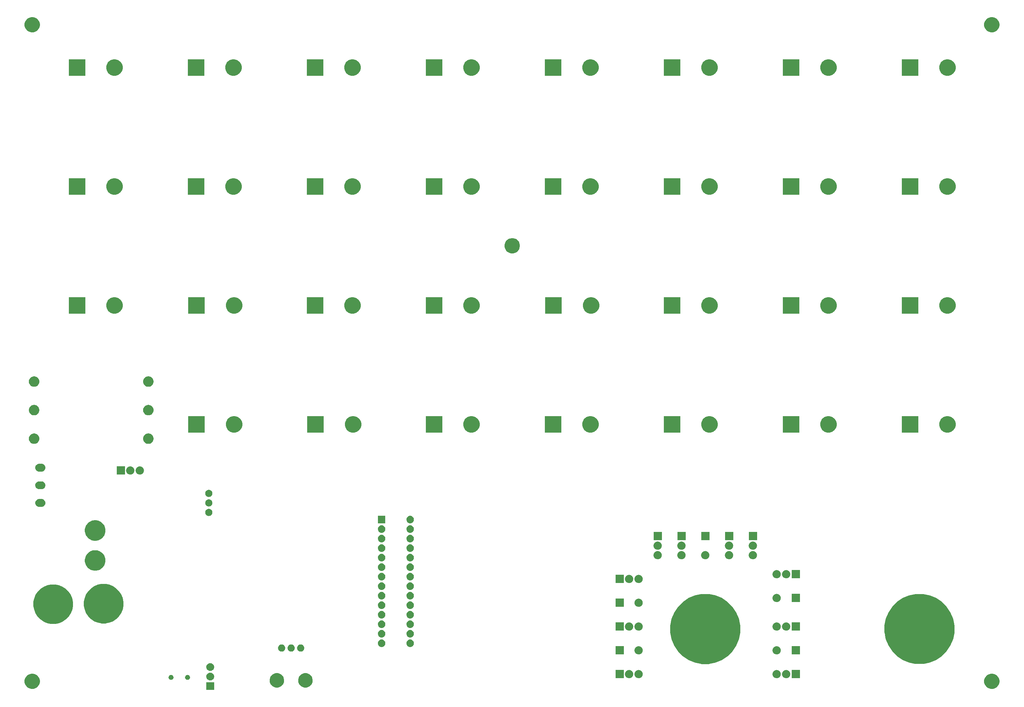
<source format=gbr>
G04 #@! TF.GenerationSoftware,KiCad,Pcbnew,(5.0.2)-1*
G04 #@! TF.CreationDate,2020-05-26T13:11:33-05:00*
G04 #@! TF.ProjectId,Spot_Welder_Hardware,53706f74-5f57-4656-9c64-65725f486172,rev?*
G04 #@! TF.SameCoordinates,Original*
G04 #@! TF.FileFunction,Soldermask,Bot*
G04 #@! TF.FilePolarity,Negative*
%FSLAX46Y46*%
G04 Gerber Fmt 4.6, Leading zero omitted, Abs format (unit mm)*
G04 Created by KiCad (PCBNEW (5.0.2)-1) date 5/26/2020 1:11:33 PM*
%MOMM*%
%LPD*%
G01*
G04 APERTURE LIST*
%ADD10C,0.100000*%
G04 APERTURE END LIST*
D10*
G36*
X69122000Y-195106000D02*
X67022000Y-195106000D01*
X67022000Y-193006000D01*
X69122000Y-193006000D01*
X69122000Y-195106000D01*
X69122000Y-195106000D01*
G37*
G36*
X277201483Y-190822953D02*
X277573012Y-190976845D01*
X277907383Y-191200265D01*
X278191735Y-191484617D01*
X278415155Y-191818988D01*
X278569047Y-192190517D01*
X278647500Y-192584928D01*
X278647500Y-192987072D01*
X278569047Y-193381483D01*
X278415155Y-193753012D01*
X278191735Y-194087383D01*
X277907383Y-194371735D01*
X277573012Y-194595155D01*
X277201483Y-194749047D01*
X276807072Y-194827500D01*
X276404928Y-194827500D01*
X276010517Y-194749047D01*
X275638988Y-194595155D01*
X275304617Y-194371735D01*
X275020265Y-194087383D01*
X274796845Y-193753012D01*
X274642953Y-193381483D01*
X274564500Y-192987072D01*
X274564500Y-192584928D01*
X274642953Y-192190517D01*
X274796845Y-191818988D01*
X275020265Y-191484617D01*
X275304617Y-191200265D01*
X275638988Y-190976845D01*
X276010517Y-190822953D01*
X276404928Y-190744500D01*
X276807072Y-190744500D01*
X277201483Y-190822953D01*
X277201483Y-190822953D01*
G37*
G36*
X21169483Y-190822953D02*
X21541012Y-190976845D01*
X21875383Y-191200265D01*
X22159735Y-191484617D01*
X22383155Y-191818988D01*
X22537047Y-192190517D01*
X22615500Y-192584928D01*
X22615500Y-192987072D01*
X22537047Y-193381483D01*
X22383155Y-193753012D01*
X22159735Y-194087383D01*
X21875383Y-194371735D01*
X21541012Y-194595155D01*
X21169483Y-194749047D01*
X20775072Y-194827500D01*
X20372928Y-194827500D01*
X19978517Y-194749047D01*
X19606988Y-194595155D01*
X19272617Y-194371735D01*
X18988265Y-194087383D01*
X18764845Y-193753012D01*
X18610953Y-193381483D01*
X18532500Y-192987072D01*
X18532500Y-192584928D01*
X18610953Y-192190517D01*
X18764845Y-191818988D01*
X18988265Y-191484617D01*
X19272617Y-191200265D01*
X19606988Y-190976845D01*
X19978517Y-190822953D01*
X20372928Y-190744500D01*
X20775072Y-190744500D01*
X21169483Y-190822953D01*
X21169483Y-190822953D01*
G37*
G36*
X86413499Y-190680976D02*
X86413501Y-190680977D01*
X86413502Y-190680977D01*
X86763829Y-190826087D01*
X86763830Y-190826088D01*
X87079119Y-191036757D01*
X87347243Y-191304881D01*
X87347245Y-191304884D01*
X87557913Y-191620171D01*
X87682007Y-191919762D01*
X87703024Y-191970501D01*
X87777000Y-192342403D01*
X87777000Y-192721597D01*
X87720429Y-193006000D01*
X87703023Y-193093502D01*
X87557913Y-193443829D01*
X87557912Y-193443830D01*
X87347243Y-193759119D01*
X87079119Y-194027243D01*
X87079116Y-194027245D01*
X86763829Y-194237913D01*
X86413502Y-194383023D01*
X86413501Y-194383023D01*
X86413499Y-194383024D01*
X86041597Y-194457000D01*
X85662403Y-194457000D01*
X85290501Y-194383024D01*
X85290499Y-194383023D01*
X85290498Y-194383023D01*
X84940171Y-194237913D01*
X84624884Y-194027245D01*
X84624881Y-194027243D01*
X84356757Y-193759119D01*
X84146088Y-193443830D01*
X84146087Y-193443829D01*
X84000977Y-193093502D01*
X83983572Y-193006000D01*
X83927000Y-192721597D01*
X83927000Y-192342403D01*
X84000976Y-191970501D01*
X84021993Y-191919762D01*
X84146087Y-191620171D01*
X84356755Y-191304884D01*
X84356757Y-191304881D01*
X84624881Y-191036757D01*
X84940170Y-190826088D01*
X84940171Y-190826087D01*
X85290498Y-190680977D01*
X85290499Y-190680977D01*
X85290501Y-190680976D01*
X85662403Y-190607000D01*
X86041597Y-190607000D01*
X86413499Y-190680976D01*
X86413499Y-190680976D01*
G37*
G36*
X94033499Y-190680976D02*
X94033501Y-190680977D01*
X94033502Y-190680977D01*
X94383829Y-190826087D01*
X94383830Y-190826088D01*
X94699119Y-191036757D01*
X94967243Y-191304881D01*
X94967245Y-191304884D01*
X95177913Y-191620171D01*
X95302007Y-191919762D01*
X95323024Y-191970501D01*
X95397000Y-192342403D01*
X95397000Y-192721597D01*
X95340429Y-193006000D01*
X95323023Y-193093502D01*
X95177913Y-193443829D01*
X95177912Y-193443830D01*
X94967243Y-193759119D01*
X94699119Y-194027243D01*
X94699116Y-194027245D01*
X94383829Y-194237913D01*
X94033502Y-194383023D01*
X94033501Y-194383023D01*
X94033499Y-194383024D01*
X93661597Y-194457000D01*
X93282403Y-194457000D01*
X92910501Y-194383024D01*
X92910499Y-194383023D01*
X92910498Y-194383023D01*
X92560171Y-194237913D01*
X92244884Y-194027245D01*
X92244881Y-194027243D01*
X91976757Y-193759119D01*
X91766088Y-193443830D01*
X91766087Y-193443829D01*
X91620977Y-193093502D01*
X91603572Y-193006000D01*
X91547000Y-192721597D01*
X91547000Y-192342403D01*
X91620976Y-191970501D01*
X91641993Y-191919762D01*
X91766087Y-191620171D01*
X91976755Y-191304884D01*
X91976757Y-191304881D01*
X92244881Y-191036757D01*
X92560170Y-190826088D01*
X92560171Y-190826087D01*
X92910498Y-190680977D01*
X92910499Y-190680977D01*
X92910501Y-190680976D01*
X93282403Y-190607000D01*
X93661597Y-190607000D01*
X94033499Y-190680976D01*
X94033499Y-190680976D01*
G37*
G36*
X68200707Y-190473596D02*
X68277836Y-190481193D01*
X68409787Y-190521220D01*
X68475763Y-190541233D01*
X68658172Y-190638733D01*
X68818054Y-190769946D01*
X68949267Y-190929828D01*
X69046767Y-191112237D01*
X69046767Y-191112238D01*
X69106807Y-191310164D01*
X69127080Y-191516000D01*
X69106807Y-191721836D01*
X69077337Y-191818987D01*
X69046767Y-191919763D01*
X68949267Y-192102172D01*
X68818054Y-192262054D01*
X68658172Y-192393267D01*
X68475763Y-192490767D01*
X68409787Y-192510780D01*
X68277836Y-192550807D01*
X68200707Y-192558403D01*
X68123580Y-192566000D01*
X68020420Y-192566000D01*
X67943293Y-192558403D01*
X67866164Y-192550807D01*
X67734213Y-192510780D01*
X67668237Y-192490767D01*
X67485828Y-192393267D01*
X67325946Y-192262054D01*
X67194733Y-192102172D01*
X67097233Y-191919763D01*
X67066663Y-191818987D01*
X67037193Y-191721836D01*
X67016920Y-191516000D01*
X67037193Y-191310164D01*
X67097233Y-191112238D01*
X67097233Y-191112237D01*
X67194733Y-190929828D01*
X67325946Y-190769946D01*
X67485828Y-190638733D01*
X67668237Y-190541233D01*
X67734213Y-190521220D01*
X67866164Y-190481193D01*
X67943293Y-190473596D01*
X68020420Y-190466000D01*
X68123580Y-190466000D01*
X68200707Y-190473596D01*
X68200707Y-190473596D01*
G37*
G36*
X62159738Y-191092653D02*
X62201598Y-191100979D01*
X62228777Y-191112237D01*
X62319890Y-191149977D01*
X62426354Y-191221114D01*
X62516886Y-191311646D01*
X62588023Y-191418110D01*
X62637021Y-191536403D01*
X62662000Y-191661979D01*
X62662000Y-191790021D01*
X62656238Y-191818987D01*
X62637021Y-191915598D01*
X62622670Y-191950245D01*
X62588023Y-192033890D01*
X62516886Y-192140354D01*
X62426354Y-192230886D01*
X62319890Y-192302023D01*
X62236245Y-192336670D01*
X62201598Y-192351021D01*
X62159738Y-192359347D01*
X62076021Y-192376000D01*
X61947979Y-192376000D01*
X61864262Y-192359347D01*
X61822402Y-192351021D01*
X61787755Y-192336670D01*
X61704110Y-192302023D01*
X61597646Y-192230886D01*
X61507114Y-192140354D01*
X61435977Y-192033890D01*
X61401330Y-191950245D01*
X61386979Y-191915598D01*
X61367762Y-191818987D01*
X61362000Y-191790021D01*
X61362000Y-191661979D01*
X61386979Y-191536403D01*
X61435977Y-191418110D01*
X61507114Y-191311646D01*
X61597646Y-191221114D01*
X61704110Y-191149977D01*
X61795223Y-191112237D01*
X61822402Y-191100979D01*
X61864262Y-191092653D01*
X61947979Y-191076000D01*
X62076021Y-191076000D01*
X62159738Y-191092653D01*
X62159738Y-191092653D01*
G37*
G36*
X57759738Y-191092653D02*
X57801598Y-191100979D01*
X57828777Y-191112237D01*
X57919890Y-191149977D01*
X58026354Y-191221114D01*
X58116886Y-191311646D01*
X58188023Y-191418110D01*
X58237021Y-191536403D01*
X58262000Y-191661979D01*
X58262000Y-191790021D01*
X58256238Y-191818987D01*
X58237021Y-191915598D01*
X58222670Y-191950245D01*
X58188023Y-192033890D01*
X58116886Y-192140354D01*
X58026354Y-192230886D01*
X57919890Y-192302023D01*
X57836245Y-192336670D01*
X57801598Y-192351021D01*
X57759738Y-192359347D01*
X57676021Y-192376000D01*
X57547979Y-192376000D01*
X57464262Y-192359347D01*
X57422402Y-192351021D01*
X57387755Y-192336670D01*
X57304110Y-192302023D01*
X57197646Y-192230886D01*
X57107114Y-192140354D01*
X57035977Y-192033890D01*
X57001330Y-191950245D01*
X56986979Y-191915598D01*
X56967762Y-191818987D01*
X56962000Y-191790021D01*
X56962000Y-191661979D01*
X56986979Y-191536403D01*
X57035977Y-191418110D01*
X57107114Y-191311646D01*
X57197646Y-191221114D01*
X57304110Y-191149977D01*
X57395223Y-191112237D01*
X57422402Y-191100979D01*
X57464262Y-191092653D01*
X57547979Y-191076000D01*
X57676021Y-191076000D01*
X57759738Y-191092653D01*
X57759738Y-191092653D01*
G37*
G36*
X180047639Y-189796916D02*
X180254986Y-189859815D01*
X180254988Y-189859816D01*
X180446084Y-189961958D01*
X180613581Y-190099419D01*
X180751042Y-190266916D01*
X180853184Y-190458012D01*
X180853185Y-190458014D01*
X180916084Y-190665361D01*
X180937322Y-190881000D01*
X180916084Y-191096639D01*
X180884650Y-191200263D01*
X180853184Y-191303988D01*
X180751042Y-191495084D01*
X180613581Y-191662581D01*
X180446084Y-191800042D01*
X180254988Y-191902184D01*
X180254986Y-191902185D01*
X180047639Y-191965084D01*
X179886038Y-191981000D01*
X179777962Y-191981000D01*
X179616361Y-191965084D01*
X179409014Y-191902185D01*
X179409012Y-191902184D01*
X179217916Y-191800042D01*
X179050419Y-191662581D01*
X178912958Y-191495084D01*
X178810816Y-191303988D01*
X178779351Y-191200263D01*
X178747916Y-191096639D01*
X178726678Y-190881000D01*
X178747916Y-190665361D01*
X178810815Y-190458014D01*
X178810816Y-190458012D01*
X178912958Y-190266916D01*
X179050419Y-190099419D01*
X179217916Y-189961958D01*
X179409012Y-189859816D01*
X179409014Y-189859815D01*
X179616361Y-189796916D01*
X179777962Y-189781000D01*
X179886038Y-189781000D01*
X180047639Y-189796916D01*
X180047639Y-189796916D01*
G37*
G36*
X225382000Y-191981000D02*
X223182000Y-191981000D01*
X223182000Y-189781000D01*
X225382000Y-189781000D01*
X225382000Y-191981000D01*
X225382000Y-191981000D01*
G37*
G36*
X221957639Y-189796916D02*
X222164986Y-189859815D01*
X222164988Y-189859816D01*
X222356084Y-189961958D01*
X222523581Y-190099419D01*
X222661042Y-190266916D01*
X222763184Y-190458012D01*
X222763185Y-190458014D01*
X222826084Y-190665361D01*
X222847322Y-190881000D01*
X222826084Y-191096639D01*
X222794650Y-191200263D01*
X222763184Y-191303988D01*
X222661042Y-191495084D01*
X222523581Y-191662581D01*
X222356084Y-191800042D01*
X222164988Y-191902184D01*
X222164986Y-191902185D01*
X221957639Y-191965084D01*
X221796038Y-191981000D01*
X221687962Y-191981000D01*
X221526361Y-191965084D01*
X221319014Y-191902185D01*
X221319012Y-191902184D01*
X221127916Y-191800042D01*
X220960419Y-191662581D01*
X220822958Y-191495084D01*
X220720816Y-191303988D01*
X220689351Y-191200263D01*
X220657916Y-191096639D01*
X220636678Y-190881000D01*
X220657916Y-190665361D01*
X220720815Y-190458014D01*
X220720816Y-190458012D01*
X220822958Y-190266916D01*
X220960419Y-190099419D01*
X221127916Y-189961958D01*
X221319012Y-189859816D01*
X221319014Y-189859815D01*
X221526361Y-189796916D01*
X221687962Y-189781000D01*
X221796038Y-189781000D01*
X221957639Y-189796916D01*
X221957639Y-189796916D01*
G37*
G36*
X219417639Y-189796916D02*
X219624986Y-189859815D01*
X219624988Y-189859816D01*
X219816084Y-189961958D01*
X219983581Y-190099419D01*
X220121042Y-190266916D01*
X220223184Y-190458012D01*
X220223185Y-190458014D01*
X220286084Y-190665361D01*
X220307322Y-190881000D01*
X220286084Y-191096639D01*
X220254650Y-191200263D01*
X220223184Y-191303988D01*
X220121042Y-191495084D01*
X219983581Y-191662581D01*
X219816084Y-191800042D01*
X219624988Y-191902184D01*
X219624986Y-191902185D01*
X219417639Y-191965084D01*
X219256038Y-191981000D01*
X219147962Y-191981000D01*
X218986361Y-191965084D01*
X218779014Y-191902185D01*
X218779012Y-191902184D01*
X218587916Y-191800042D01*
X218420419Y-191662581D01*
X218282958Y-191495084D01*
X218180816Y-191303988D01*
X218149351Y-191200263D01*
X218117916Y-191096639D01*
X218096678Y-190881000D01*
X218117916Y-190665361D01*
X218180815Y-190458014D01*
X218180816Y-190458012D01*
X218282958Y-190266916D01*
X218420419Y-190099419D01*
X218587916Y-189961958D01*
X218779012Y-189859816D01*
X218779014Y-189859815D01*
X218986361Y-189796916D01*
X219147962Y-189781000D01*
X219256038Y-189781000D01*
X219417639Y-189796916D01*
X219417639Y-189796916D01*
G37*
G36*
X178392000Y-191981000D02*
X176192000Y-191981000D01*
X176192000Y-189781000D01*
X178392000Y-189781000D01*
X178392000Y-191981000D01*
X178392000Y-191981000D01*
G37*
G36*
X182587639Y-189796916D02*
X182794986Y-189859815D01*
X182794988Y-189859816D01*
X182986084Y-189961958D01*
X183153581Y-190099419D01*
X183291042Y-190266916D01*
X183393184Y-190458012D01*
X183393185Y-190458014D01*
X183456084Y-190665361D01*
X183477322Y-190881000D01*
X183456084Y-191096639D01*
X183424650Y-191200263D01*
X183393184Y-191303988D01*
X183291042Y-191495084D01*
X183153581Y-191662581D01*
X182986084Y-191800042D01*
X182794988Y-191902184D01*
X182794986Y-191902185D01*
X182587639Y-191965084D01*
X182426038Y-191981000D01*
X182317962Y-191981000D01*
X182156361Y-191965084D01*
X181949014Y-191902185D01*
X181949012Y-191902184D01*
X181757916Y-191800042D01*
X181590419Y-191662581D01*
X181452958Y-191495084D01*
X181350816Y-191303988D01*
X181319351Y-191200263D01*
X181287916Y-191096639D01*
X181266678Y-190881000D01*
X181287916Y-190665361D01*
X181350815Y-190458014D01*
X181350816Y-190458012D01*
X181452958Y-190266916D01*
X181590419Y-190099419D01*
X181757916Y-189961958D01*
X181949012Y-189859816D01*
X181949014Y-189859815D01*
X182156361Y-189796916D01*
X182317962Y-189781000D01*
X182426038Y-189781000D01*
X182587639Y-189796916D01*
X182587639Y-189796916D01*
G37*
G36*
X68200707Y-187933596D02*
X68277836Y-187941193D01*
X68409787Y-187981220D01*
X68475763Y-188001233D01*
X68658172Y-188098733D01*
X68818054Y-188229946D01*
X68949267Y-188389828D01*
X69046767Y-188572237D01*
X69046767Y-188572238D01*
X69106807Y-188770164D01*
X69127080Y-188976000D01*
X69106807Y-189181836D01*
X69066780Y-189313787D01*
X69046767Y-189379763D01*
X68949267Y-189562172D01*
X68818054Y-189722054D01*
X68658172Y-189853267D01*
X68475763Y-189950767D01*
X68409787Y-189970780D01*
X68277836Y-190010807D01*
X68200707Y-190018404D01*
X68123580Y-190026000D01*
X68020420Y-190026000D01*
X67943293Y-190018404D01*
X67866164Y-190010807D01*
X67734213Y-189970780D01*
X67668237Y-189950767D01*
X67485828Y-189853267D01*
X67325946Y-189722054D01*
X67194733Y-189562172D01*
X67097233Y-189379763D01*
X67077220Y-189313787D01*
X67037193Y-189181836D01*
X67016920Y-188976000D01*
X67037193Y-188770164D01*
X67097233Y-188572238D01*
X67097233Y-188572237D01*
X67194733Y-188389828D01*
X67325946Y-188229946D01*
X67485828Y-188098733D01*
X67668237Y-188001233D01*
X67734213Y-187981220D01*
X67866164Y-187941193D01*
X67943293Y-187933596D01*
X68020420Y-187926000D01*
X68123580Y-187926000D01*
X68200707Y-187933596D01*
X68200707Y-187933596D01*
G37*
G36*
X201285539Y-169539815D02*
X202877544Y-169856484D01*
X204578044Y-170560854D01*
X206108453Y-171583441D01*
X207409959Y-172884947D01*
X208432546Y-174415356D01*
X209136916Y-176115856D01*
X209421389Y-177546000D01*
X209490948Y-177895695D01*
X209496000Y-177921096D01*
X209496000Y-179761704D01*
X209136916Y-181566944D01*
X208432546Y-183267444D01*
X207409959Y-184797853D01*
X206108453Y-186099359D01*
X204578044Y-187121946D01*
X202877544Y-187826316D01*
X201329193Y-188134302D01*
X201072305Y-188185400D01*
X199231695Y-188185400D01*
X198974807Y-188134302D01*
X197426456Y-187826316D01*
X195725956Y-187121946D01*
X194195547Y-186099359D01*
X192894041Y-184797853D01*
X191871454Y-183267444D01*
X191167084Y-181566944D01*
X190808000Y-179761704D01*
X190808000Y-177921096D01*
X190813053Y-177895695D01*
X190882611Y-177546000D01*
X191167084Y-176115856D01*
X191871454Y-174415356D01*
X192894041Y-172884947D01*
X194195547Y-171583441D01*
X195725956Y-170560854D01*
X197426456Y-169856484D01*
X199018461Y-169539815D01*
X199231695Y-169497400D01*
X201072305Y-169497400D01*
X201285539Y-169539815D01*
X201285539Y-169539815D01*
G37*
G36*
X258349999Y-169497400D02*
X260027544Y-169831084D01*
X261728044Y-170535454D01*
X263258453Y-171558041D01*
X264559959Y-172859547D01*
X265582546Y-174389956D01*
X266286916Y-176090456D01*
X266565700Y-177492000D01*
X266646000Y-177895695D01*
X266646000Y-179736305D01*
X266615435Y-179889966D01*
X266286916Y-181541544D01*
X265582546Y-183242044D01*
X264559959Y-184772453D01*
X263258453Y-186073959D01*
X261728044Y-187096546D01*
X260027544Y-187800916D01*
X258530314Y-188098733D01*
X258222305Y-188160000D01*
X256381695Y-188160000D01*
X256073686Y-188098733D01*
X254576456Y-187800916D01*
X252875956Y-187096546D01*
X251345547Y-186073959D01*
X250044041Y-184772453D01*
X249021454Y-183242044D01*
X248317084Y-181541544D01*
X247988565Y-179889966D01*
X247958000Y-179736305D01*
X247958000Y-177895695D01*
X248038300Y-177492000D01*
X248317084Y-176090456D01*
X249021454Y-174389956D01*
X250044041Y-172859547D01*
X251345547Y-171558041D01*
X252875956Y-170535454D01*
X254576456Y-169831084D01*
X256254001Y-169497400D01*
X256381695Y-169472000D01*
X258222305Y-169472000D01*
X258349999Y-169497400D01*
X258349999Y-169497400D01*
G37*
G36*
X225382000Y-185631000D02*
X223182000Y-185631000D01*
X223182000Y-183431000D01*
X225382000Y-183431000D01*
X225382000Y-185631000D01*
X225382000Y-185631000D01*
G37*
G36*
X219417639Y-183446916D02*
X219624986Y-183509815D01*
X219624988Y-183509816D01*
X219816084Y-183611958D01*
X219983581Y-183749419D01*
X220121042Y-183916916D01*
X220223184Y-184108012D01*
X220223185Y-184108014D01*
X220286084Y-184315361D01*
X220307322Y-184531000D01*
X220286084Y-184746639D01*
X220263517Y-184821032D01*
X220223184Y-184953988D01*
X220121042Y-185145084D01*
X219983581Y-185312581D01*
X219816084Y-185450042D01*
X219624988Y-185552184D01*
X219624986Y-185552185D01*
X219417639Y-185615084D01*
X219256038Y-185631000D01*
X219147962Y-185631000D01*
X218986361Y-185615084D01*
X218779014Y-185552185D01*
X218779012Y-185552184D01*
X218587916Y-185450042D01*
X218420419Y-185312581D01*
X218282958Y-185145084D01*
X218180816Y-184953988D01*
X218140484Y-184821032D01*
X218117916Y-184746639D01*
X218096678Y-184531000D01*
X218117916Y-184315361D01*
X218180815Y-184108014D01*
X218180816Y-184108012D01*
X218282958Y-183916916D01*
X218420419Y-183749419D01*
X218587916Y-183611958D01*
X218779012Y-183509816D01*
X218779014Y-183509815D01*
X218986361Y-183446916D01*
X219147962Y-183431000D01*
X219256038Y-183431000D01*
X219417639Y-183446916D01*
X219417639Y-183446916D01*
G37*
G36*
X178392000Y-185631000D02*
X176192000Y-185631000D01*
X176192000Y-183431000D01*
X178392000Y-183431000D01*
X178392000Y-185631000D01*
X178392000Y-185631000D01*
G37*
G36*
X182587639Y-183446916D02*
X182794986Y-183509815D01*
X182794988Y-183509816D01*
X182986084Y-183611958D01*
X183153581Y-183749419D01*
X183291042Y-183916916D01*
X183393184Y-184108012D01*
X183393185Y-184108014D01*
X183456084Y-184315361D01*
X183477322Y-184531000D01*
X183456084Y-184746639D01*
X183433517Y-184821032D01*
X183393184Y-184953988D01*
X183291042Y-185145084D01*
X183153581Y-185312581D01*
X182986084Y-185450042D01*
X182794988Y-185552184D01*
X182794986Y-185552185D01*
X182587639Y-185615084D01*
X182426038Y-185631000D01*
X182317962Y-185631000D01*
X182156361Y-185615084D01*
X181949014Y-185552185D01*
X181949012Y-185552184D01*
X181757916Y-185450042D01*
X181590419Y-185312581D01*
X181452958Y-185145084D01*
X181350816Y-184953988D01*
X181310484Y-184821032D01*
X181287916Y-184746639D01*
X181266678Y-184531000D01*
X181287916Y-184315361D01*
X181350815Y-184108014D01*
X181350816Y-184108012D01*
X181452958Y-183916916D01*
X181590419Y-183749419D01*
X181757916Y-183611958D01*
X181949012Y-183509816D01*
X181949014Y-183509815D01*
X182156361Y-183446916D01*
X182317962Y-183431000D01*
X182426038Y-183431000D01*
X182587639Y-183446916D01*
X182587639Y-183446916D01*
G37*
G36*
X87402603Y-182970968D02*
X87402606Y-182970969D01*
X87402605Y-182970969D01*
X87577678Y-183043486D01*
X87577679Y-183043487D01*
X87735241Y-183148767D01*
X87869233Y-183282759D01*
X87869234Y-183282761D01*
X87974514Y-183440322D01*
X88003299Y-183509816D01*
X88047032Y-183615397D01*
X88084000Y-183801250D01*
X88084000Y-183990750D01*
X88047032Y-184176603D01*
X88047031Y-184176605D01*
X87974514Y-184351678D01*
X87974513Y-184351679D01*
X87869233Y-184509241D01*
X87735241Y-184643233D01*
X87655923Y-184696232D01*
X87577678Y-184748514D01*
X87458562Y-184797853D01*
X87402603Y-184821032D01*
X87216750Y-184858000D01*
X87027250Y-184858000D01*
X86841397Y-184821032D01*
X86785438Y-184797853D01*
X86666322Y-184748514D01*
X86588077Y-184696232D01*
X86508759Y-184643233D01*
X86374767Y-184509241D01*
X86269487Y-184351679D01*
X86269486Y-184351678D01*
X86196969Y-184176605D01*
X86196968Y-184176603D01*
X86160000Y-183990750D01*
X86160000Y-183801250D01*
X86196968Y-183615397D01*
X86240701Y-183509816D01*
X86269486Y-183440322D01*
X86374766Y-183282761D01*
X86374767Y-183282759D01*
X86508759Y-183148767D01*
X86666321Y-183043487D01*
X86666322Y-183043486D01*
X86841395Y-182970969D01*
X86841394Y-182970969D01*
X86841397Y-182970968D01*
X87027250Y-182934000D01*
X87216750Y-182934000D01*
X87402603Y-182970968D01*
X87402603Y-182970968D01*
G37*
G36*
X89942603Y-182970968D02*
X89942606Y-182970969D01*
X89942605Y-182970969D01*
X90117678Y-183043486D01*
X90117679Y-183043487D01*
X90275241Y-183148767D01*
X90409233Y-183282759D01*
X90409234Y-183282761D01*
X90514514Y-183440322D01*
X90543299Y-183509816D01*
X90587032Y-183615397D01*
X90624000Y-183801250D01*
X90624000Y-183990750D01*
X90587032Y-184176603D01*
X90587031Y-184176605D01*
X90514514Y-184351678D01*
X90514513Y-184351679D01*
X90409233Y-184509241D01*
X90275241Y-184643233D01*
X90195923Y-184696232D01*
X90117678Y-184748514D01*
X89998562Y-184797853D01*
X89942603Y-184821032D01*
X89756750Y-184858000D01*
X89567250Y-184858000D01*
X89381397Y-184821032D01*
X89325438Y-184797853D01*
X89206322Y-184748514D01*
X89128077Y-184696232D01*
X89048759Y-184643233D01*
X88914767Y-184509241D01*
X88809487Y-184351679D01*
X88809486Y-184351678D01*
X88736969Y-184176605D01*
X88736968Y-184176603D01*
X88700000Y-183990750D01*
X88700000Y-183801250D01*
X88736968Y-183615397D01*
X88780701Y-183509816D01*
X88809486Y-183440322D01*
X88914766Y-183282761D01*
X88914767Y-183282759D01*
X89048759Y-183148767D01*
X89206321Y-183043487D01*
X89206322Y-183043486D01*
X89381395Y-182970969D01*
X89381394Y-182970969D01*
X89381397Y-182970968D01*
X89567250Y-182934000D01*
X89756750Y-182934000D01*
X89942603Y-182970968D01*
X89942603Y-182970968D01*
G37*
G36*
X92482603Y-182970968D02*
X92482606Y-182970969D01*
X92482605Y-182970969D01*
X92657678Y-183043486D01*
X92657679Y-183043487D01*
X92815241Y-183148767D01*
X92949233Y-183282759D01*
X92949234Y-183282761D01*
X93054514Y-183440322D01*
X93083299Y-183509816D01*
X93127032Y-183615397D01*
X93164000Y-183801250D01*
X93164000Y-183990750D01*
X93127032Y-184176603D01*
X93127031Y-184176605D01*
X93054514Y-184351678D01*
X93054513Y-184351679D01*
X92949233Y-184509241D01*
X92815241Y-184643233D01*
X92735923Y-184696232D01*
X92657678Y-184748514D01*
X92538562Y-184797853D01*
X92482603Y-184821032D01*
X92296750Y-184858000D01*
X92107250Y-184858000D01*
X91921397Y-184821032D01*
X91865438Y-184797853D01*
X91746322Y-184748514D01*
X91668077Y-184696232D01*
X91588759Y-184643233D01*
X91454767Y-184509241D01*
X91349487Y-184351679D01*
X91349486Y-184351678D01*
X91276969Y-184176605D01*
X91276968Y-184176603D01*
X91240000Y-183990750D01*
X91240000Y-183801250D01*
X91276968Y-183615397D01*
X91320701Y-183509816D01*
X91349486Y-183440322D01*
X91454766Y-183282761D01*
X91454767Y-183282759D01*
X91588759Y-183148767D01*
X91746321Y-183043487D01*
X91746322Y-183043486D01*
X91921395Y-182970969D01*
X91921394Y-182970969D01*
X91921397Y-182970968D01*
X92107250Y-182934000D01*
X92296750Y-182934000D01*
X92482603Y-182970968D01*
X92482603Y-182970968D01*
G37*
G36*
X121608030Y-181640469D02*
X121608033Y-181640470D01*
X121608034Y-181640470D01*
X121796535Y-181697651D01*
X121796537Y-181697652D01*
X121970260Y-181790509D01*
X122122528Y-181915472D01*
X122247491Y-182067740D01*
X122340348Y-182241463D01*
X122397531Y-182429970D01*
X122416838Y-182626000D01*
X122397531Y-182822030D01*
X122397530Y-182822033D01*
X122397530Y-182822034D01*
X122363566Y-182934000D01*
X122340348Y-183010537D01*
X122247491Y-183184260D01*
X122122528Y-183336528D01*
X121970260Y-183461491D01*
X121970258Y-183461492D01*
X121796535Y-183554349D01*
X121608034Y-183611530D01*
X121608033Y-183611530D01*
X121608030Y-183611531D01*
X121461124Y-183626000D01*
X121362876Y-183626000D01*
X121215970Y-183611531D01*
X121215967Y-183611530D01*
X121215966Y-183611530D01*
X121027465Y-183554349D01*
X120853742Y-183461492D01*
X120853740Y-183461491D01*
X120701472Y-183336528D01*
X120576509Y-183184260D01*
X120483652Y-183010537D01*
X120460435Y-182934000D01*
X120426470Y-182822034D01*
X120426470Y-182822033D01*
X120426469Y-182822030D01*
X120407162Y-182626000D01*
X120426469Y-182429970D01*
X120483652Y-182241463D01*
X120576509Y-182067740D01*
X120701472Y-181915472D01*
X120853740Y-181790509D01*
X121027463Y-181697652D01*
X121027465Y-181697651D01*
X121215966Y-181640470D01*
X121215967Y-181640470D01*
X121215970Y-181640469D01*
X121362876Y-181626000D01*
X121461124Y-181626000D01*
X121608030Y-181640469D01*
X121608030Y-181640469D01*
G37*
G36*
X113988030Y-181640469D02*
X113988033Y-181640470D01*
X113988034Y-181640470D01*
X114176535Y-181697651D01*
X114176537Y-181697652D01*
X114350260Y-181790509D01*
X114502528Y-181915472D01*
X114627491Y-182067740D01*
X114720348Y-182241463D01*
X114777531Y-182429970D01*
X114796838Y-182626000D01*
X114777531Y-182822030D01*
X114777530Y-182822033D01*
X114777530Y-182822034D01*
X114743566Y-182934000D01*
X114720348Y-183010537D01*
X114627491Y-183184260D01*
X114502528Y-183336528D01*
X114350260Y-183461491D01*
X114350258Y-183461492D01*
X114176535Y-183554349D01*
X113988034Y-183611530D01*
X113988033Y-183611530D01*
X113988030Y-183611531D01*
X113841124Y-183626000D01*
X113742876Y-183626000D01*
X113595970Y-183611531D01*
X113595967Y-183611530D01*
X113595966Y-183611530D01*
X113407465Y-183554349D01*
X113233742Y-183461492D01*
X113233740Y-183461491D01*
X113081472Y-183336528D01*
X112956509Y-183184260D01*
X112863652Y-183010537D01*
X112840435Y-182934000D01*
X112806470Y-182822034D01*
X112806470Y-182822033D01*
X112806469Y-182822030D01*
X112787162Y-182626000D01*
X112806469Y-182429970D01*
X112863652Y-182241463D01*
X112956509Y-182067740D01*
X113081472Y-181915472D01*
X113233740Y-181790509D01*
X113407463Y-181697652D01*
X113407465Y-181697651D01*
X113595966Y-181640470D01*
X113595967Y-181640470D01*
X113595970Y-181640469D01*
X113742876Y-181626000D01*
X113841124Y-181626000D01*
X113988030Y-181640469D01*
X113988030Y-181640469D01*
G37*
G36*
X113988030Y-179100469D02*
X113988033Y-179100470D01*
X113988034Y-179100470D01*
X114176535Y-179157651D01*
X114176537Y-179157652D01*
X114350260Y-179250509D01*
X114502528Y-179375472D01*
X114627491Y-179527740D01*
X114627492Y-179527742D01*
X114720349Y-179701465D01*
X114777530Y-179889966D01*
X114777531Y-179889970D01*
X114796838Y-180086000D01*
X114777531Y-180282030D01*
X114720348Y-180470537D01*
X114627491Y-180644260D01*
X114502528Y-180796528D01*
X114350260Y-180921491D01*
X114350258Y-180921492D01*
X114176535Y-181014349D01*
X113988034Y-181071530D01*
X113988033Y-181071530D01*
X113988030Y-181071531D01*
X113841124Y-181086000D01*
X113742876Y-181086000D01*
X113595970Y-181071531D01*
X113595967Y-181071530D01*
X113595966Y-181071530D01*
X113407465Y-181014349D01*
X113233742Y-180921492D01*
X113233740Y-180921491D01*
X113081472Y-180796528D01*
X112956509Y-180644260D01*
X112863652Y-180470537D01*
X112806469Y-180282030D01*
X112787162Y-180086000D01*
X112806469Y-179889970D01*
X112806470Y-179889966D01*
X112863651Y-179701465D01*
X112956508Y-179527742D01*
X112956509Y-179527740D01*
X113081472Y-179375472D01*
X113233740Y-179250509D01*
X113407463Y-179157652D01*
X113407465Y-179157651D01*
X113595966Y-179100470D01*
X113595967Y-179100470D01*
X113595970Y-179100469D01*
X113742876Y-179086000D01*
X113841124Y-179086000D01*
X113988030Y-179100469D01*
X113988030Y-179100469D01*
G37*
G36*
X121608030Y-179100469D02*
X121608033Y-179100470D01*
X121608034Y-179100470D01*
X121796535Y-179157651D01*
X121796537Y-179157652D01*
X121970260Y-179250509D01*
X122122528Y-179375472D01*
X122247491Y-179527740D01*
X122247492Y-179527742D01*
X122340349Y-179701465D01*
X122397530Y-179889966D01*
X122397531Y-179889970D01*
X122416838Y-180086000D01*
X122397531Y-180282030D01*
X122340348Y-180470537D01*
X122247491Y-180644260D01*
X122122528Y-180796528D01*
X121970260Y-180921491D01*
X121970258Y-180921492D01*
X121796535Y-181014349D01*
X121608034Y-181071530D01*
X121608033Y-181071530D01*
X121608030Y-181071531D01*
X121461124Y-181086000D01*
X121362876Y-181086000D01*
X121215970Y-181071531D01*
X121215967Y-181071530D01*
X121215966Y-181071530D01*
X121027465Y-181014349D01*
X120853742Y-180921492D01*
X120853740Y-180921491D01*
X120701472Y-180796528D01*
X120576509Y-180644260D01*
X120483652Y-180470537D01*
X120426469Y-180282030D01*
X120407162Y-180086000D01*
X120426469Y-179889970D01*
X120426470Y-179889966D01*
X120483651Y-179701465D01*
X120576508Y-179527742D01*
X120576509Y-179527740D01*
X120701472Y-179375472D01*
X120853740Y-179250509D01*
X121027463Y-179157652D01*
X121027465Y-179157651D01*
X121215966Y-179100470D01*
X121215967Y-179100470D01*
X121215970Y-179100469D01*
X121362876Y-179086000D01*
X121461124Y-179086000D01*
X121608030Y-179100469D01*
X121608030Y-179100469D01*
G37*
G36*
X178392000Y-179281000D02*
X176192000Y-179281000D01*
X176192000Y-177081000D01*
X178392000Y-177081000D01*
X178392000Y-179281000D01*
X178392000Y-179281000D01*
G37*
G36*
X182587639Y-177096916D02*
X182794986Y-177159815D01*
X182794988Y-177159816D01*
X182986084Y-177261958D01*
X183153581Y-177399419D01*
X183291042Y-177566916D01*
X183384644Y-177742034D01*
X183393185Y-177758014D01*
X183456084Y-177965361D01*
X183477322Y-178181000D01*
X183456084Y-178396639D01*
X183415165Y-178531530D01*
X183393184Y-178603988D01*
X183291042Y-178795084D01*
X183153581Y-178962581D01*
X182986084Y-179100042D01*
X182794988Y-179202184D01*
X182794986Y-179202185D01*
X182587639Y-179265084D01*
X182426038Y-179281000D01*
X182317962Y-179281000D01*
X182156361Y-179265084D01*
X181949014Y-179202185D01*
X181949012Y-179202184D01*
X181757916Y-179100042D01*
X181590419Y-178962581D01*
X181452958Y-178795084D01*
X181350816Y-178603988D01*
X181328836Y-178531530D01*
X181287916Y-178396639D01*
X181266678Y-178181000D01*
X181287916Y-177965361D01*
X181350815Y-177758014D01*
X181359356Y-177742034D01*
X181452958Y-177566916D01*
X181590419Y-177399419D01*
X181757916Y-177261958D01*
X181949012Y-177159816D01*
X181949014Y-177159815D01*
X182156361Y-177096916D01*
X182317962Y-177081000D01*
X182426038Y-177081000D01*
X182587639Y-177096916D01*
X182587639Y-177096916D01*
G37*
G36*
X219417639Y-177096916D02*
X219624986Y-177159815D01*
X219624988Y-177159816D01*
X219816084Y-177261958D01*
X219983581Y-177399419D01*
X220121042Y-177566916D01*
X220214644Y-177742034D01*
X220223185Y-177758014D01*
X220286084Y-177965361D01*
X220307322Y-178181000D01*
X220286084Y-178396639D01*
X220245165Y-178531530D01*
X220223184Y-178603988D01*
X220121042Y-178795084D01*
X219983581Y-178962581D01*
X219816084Y-179100042D01*
X219624988Y-179202184D01*
X219624986Y-179202185D01*
X219417639Y-179265084D01*
X219256038Y-179281000D01*
X219147962Y-179281000D01*
X218986361Y-179265084D01*
X218779014Y-179202185D01*
X218779012Y-179202184D01*
X218587916Y-179100042D01*
X218420419Y-178962581D01*
X218282958Y-178795084D01*
X218180816Y-178603988D01*
X218158836Y-178531530D01*
X218117916Y-178396639D01*
X218096678Y-178181000D01*
X218117916Y-177965361D01*
X218180815Y-177758014D01*
X218189356Y-177742034D01*
X218282958Y-177566916D01*
X218420419Y-177399419D01*
X218587916Y-177261958D01*
X218779012Y-177159816D01*
X218779014Y-177159815D01*
X218986361Y-177096916D01*
X219147962Y-177081000D01*
X219256038Y-177081000D01*
X219417639Y-177096916D01*
X219417639Y-177096916D01*
G37*
G36*
X180047639Y-177096916D02*
X180254986Y-177159815D01*
X180254988Y-177159816D01*
X180446084Y-177261958D01*
X180613581Y-177399419D01*
X180751042Y-177566916D01*
X180844644Y-177742034D01*
X180853185Y-177758014D01*
X180916084Y-177965361D01*
X180937322Y-178181000D01*
X180916084Y-178396639D01*
X180875165Y-178531530D01*
X180853184Y-178603988D01*
X180751042Y-178795084D01*
X180613581Y-178962581D01*
X180446084Y-179100042D01*
X180254988Y-179202184D01*
X180254986Y-179202185D01*
X180047639Y-179265084D01*
X179886038Y-179281000D01*
X179777962Y-179281000D01*
X179616361Y-179265084D01*
X179409014Y-179202185D01*
X179409012Y-179202184D01*
X179217916Y-179100042D01*
X179050419Y-178962581D01*
X178912958Y-178795084D01*
X178810816Y-178603988D01*
X178788836Y-178531530D01*
X178747916Y-178396639D01*
X178726678Y-178181000D01*
X178747916Y-177965361D01*
X178810815Y-177758014D01*
X178819356Y-177742034D01*
X178912958Y-177566916D01*
X179050419Y-177399419D01*
X179217916Y-177261958D01*
X179409012Y-177159816D01*
X179409014Y-177159815D01*
X179616361Y-177096916D01*
X179777962Y-177081000D01*
X179886038Y-177081000D01*
X180047639Y-177096916D01*
X180047639Y-177096916D01*
G37*
G36*
X221957639Y-177096916D02*
X222164986Y-177159815D01*
X222164988Y-177159816D01*
X222356084Y-177261958D01*
X222523581Y-177399419D01*
X222661042Y-177566916D01*
X222754644Y-177742034D01*
X222763185Y-177758014D01*
X222826084Y-177965361D01*
X222847322Y-178181000D01*
X222826084Y-178396639D01*
X222785165Y-178531530D01*
X222763184Y-178603988D01*
X222661042Y-178795084D01*
X222523581Y-178962581D01*
X222356084Y-179100042D01*
X222164988Y-179202184D01*
X222164986Y-179202185D01*
X221957639Y-179265084D01*
X221796038Y-179281000D01*
X221687962Y-179281000D01*
X221526361Y-179265084D01*
X221319014Y-179202185D01*
X221319012Y-179202184D01*
X221127916Y-179100042D01*
X220960419Y-178962581D01*
X220822958Y-178795084D01*
X220720816Y-178603988D01*
X220698836Y-178531530D01*
X220657916Y-178396639D01*
X220636678Y-178181000D01*
X220657916Y-177965361D01*
X220720815Y-177758014D01*
X220729356Y-177742034D01*
X220822958Y-177566916D01*
X220960419Y-177399419D01*
X221127916Y-177261958D01*
X221319012Y-177159816D01*
X221319014Y-177159815D01*
X221526361Y-177096916D01*
X221687962Y-177081000D01*
X221796038Y-177081000D01*
X221957639Y-177096916D01*
X221957639Y-177096916D01*
G37*
G36*
X225382000Y-179281000D02*
X223182000Y-179281000D01*
X223182000Y-177081000D01*
X225382000Y-177081000D01*
X225382000Y-179281000D01*
X225382000Y-179281000D01*
G37*
G36*
X121608030Y-176560469D02*
X121608033Y-176560470D01*
X121608034Y-176560470D01*
X121796535Y-176617651D01*
X121796537Y-176617652D01*
X121970260Y-176710509D01*
X122122528Y-176835472D01*
X122247491Y-176987740D01*
X122247492Y-176987742D01*
X122340349Y-177161465D01*
X122370833Y-177261958D01*
X122397531Y-177349970D01*
X122416838Y-177546000D01*
X122397531Y-177742030D01*
X122397530Y-177742033D01*
X122397530Y-177742034D01*
X122343213Y-177921095D01*
X122340348Y-177930537D01*
X122247491Y-178104260D01*
X122122528Y-178256528D01*
X121970260Y-178381491D01*
X121970258Y-178381492D01*
X121796535Y-178474349D01*
X121608034Y-178531530D01*
X121608033Y-178531530D01*
X121608030Y-178531531D01*
X121461124Y-178546000D01*
X121362876Y-178546000D01*
X121215970Y-178531531D01*
X121215967Y-178531530D01*
X121215966Y-178531530D01*
X121027465Y-178474349D01*
X120853742Y-178381492D01*
X120853740Y-178381491D01*
X120701472Y-178256528D01*
X120576509Y-178104260D01*
X120483652Y-177930537D01*
X120480788Y-177921095D01*
X120426470Y-177742034D01*
X120426470Y-177742033D01*
X120426469Y-177742030D01*
X120407162Y-177546000D01*
X120426469Y-177349970D01*
X120453167Y-177261958D01*
X120483651Y-177161465D01*
X120576508Y-176987742D01*
X120576509Y-176987740D01*
X120701472Y-176835472D01*
X120853740Y-176710509D01*
X121027463Y-176617652D01*
X121027465Y-176617651D01*
X121215966Y-176560470D01*
X121215967Y-176560470D01*
X121215970Y-176560469D01*
X121362876Y-176546000D01*
X121461124Y-176546000D01*
X121608030Y-176560469D01*
X121608030Y-176560469D01*
G37*
G36*
X113988030Y-176560469D02*
X113988033Y-176560470D01*
X113988034Y-176560470D01*
X114176535Y-176617651D01*
X114176537Y-176617652D01*
X114350260Y-176710509D01*
X114502528Y-176835472D01*
X114627491Y-176987740D01*
X114627492Y-176987742D01*
X114720349Y-177161465D01*
X114750833Y-177261958D01*
X114777531Y-177349970D01*
X114796838Y-177546000D01*
X114777531Y-177742030D01*
X114777530Y-177742033D01*
X114777530Y-177742034D01*
X114723213Y-177921095D01*
X114720348Y-177930537D01*
X114627491Y-178104260D01*
X114502528Y-178256528D01*
X114350260Y-178381491D01*
X114350258Y-178381492D01*
X114176535Y-178474349D01*
X113988034Y-178531530D01*
X113988033Y-178531530D01*
X113988030Y-178531531D01*
X113841124Y-178546000D01*
X113742876Y-178546000D01*
X113595970Y-178531531D01*
X113595967Y-178531530D01*
X113595966Y-178531530D01*
X113407465Y-178474349D01*
X113233742Y-178381492D01*
X113233740Y-178381491D01*
X113081472Y-178256528D01*
X112956509Y-178104260D01*
X112863652Y-177930537D01*
X112860788Y-177921095D01*
X112806470Y-177742034D01*
X112806470Y-177742033D01*
X112806469Y-177742030D01*
X112787162Y-177546000D01*
X112806469Y-177349970D01*
X112833167Y-177261958D01*
X112863651Y-177161465D01*
X112956508Y-176987742D01*
X112956509Y-176987740D01*
X113081472Y-176835472D01*
X113233740Y-176710509D01*
X113407463Y-176617652D01*
X113407465Y-176617651D01*
X113595966Y-176560470D01*
X113595967Y-176560470D01*
X113595970Y-176560469D01*
X113742876Y-176546000D01*
X113841124Y-176546000D01*
X113988030Y-176560469D01*
X113988030Y-176560469D01*
G37*
G36*
X26827195Y-166960874D02*
X27702119Y-167134907D01*
X28663018Y-167532924D01*
X29527804Y-168110756D01*
X30263244Y-168846196D01*
X30841076Y-169710982D01*
X31239093Y-170671881D01*
X31339186Y-171175084D01*
X31429776Y-171630508D01*
X31442000Y-171691965D01*
X31442000Y-172732035D01*
X31239093Y-173752119D01*
X30841076Y-174713018D01*
X30263244Y-175577804D01*
X29527804Y-176313244D01*
X28663018Y-176891076D01*
X27702119Y-177289093D01*
X26827195Y-177463126D01*
X26682036Y-177492000D01*
X25641964Y-177492000D01*
X25496805Y-177463126D01*
X24621881Y-177289093D01*
X23660982Y-176891076D01*
X22796196Y-176313244D01*
X22060756Y-175577804D01*
X21482924Y-174713018D01*
X21084907Y-173752119D01*
X20882000Y-172732035D01*
X20882000Y-171691965D01*
X20894225Y-171630508D01*
X20984814Y-171175084D01*
X21084907Y-170671881D01*
X21482924Y-169710982D01*
X22060756Y-168846196D01*
X22796196Y-168110756D01*
X23660982Y-167532924D01*
X24621881Y-167134907D01*
X25496805Y-166960874D01*
X25641964Y-166932000D01*
X26682036Y-166932000D01*
X26827195Y-166960874D01*
X26827195Y-166960874D01*
G37*
G36*
X40258357Y-166827740D02*
X41164119Y-167007907D01*
X42125018Y-167405924D01*
X42989804Y-167983756D01*
X43725244Y-168719196D01*
X44303076Y-169583982D01*
X44701093Y-170544881D01*
X44826448Y-171175084D01*
X44902624Y-171558044D01*
X44904000Y-171564965D01*
X44904000Y-172605035D01*
X44701093Y-173625119D01*
X44303076Y-174586018D01*
X43725244Y-175450804D01*
X42989804Y-176186244D01*
X42125018Y-176764076D01*
X41164119Y-177162093D01*
X40289195Y-177336126D01*
X40144036Y-177365000D01*
X39103964Y-177365000D01*
X38958805Y-177336126D01*
X38083881Y-177162093D01*
X37122982Y-176764076D01*
X36258196Y-176186244D01*
X35522756Y-175450804D01*
X34944924Y-174586018D01*
X34546907Y-173625119D01*
X34344000Y-172605035D01*
X34344000Y-171564965D01*
X34345377Y-171558044D01*
X34421552Y-171175084D01*
X34546907Y-170544881D01*
X34944924Y-169583982D01*
X35522756Y-168719196D01*
X36258196Y-167983756D01*
X37122982Y-167405924D01*
X38083881Y-167007907D01*
X38989643Y-166827740D01*
X39103964Y-166805000D01*
X40144036Y-166805000D01*
X40258357Y-166827740D01*
X40258357Y-166827740D01*
G37*
G36*
X113988030Y-174020469D02*
X113988033Y-174020470D01*
X113988034Y-174020470D01*
X114176535Y-174077651D01*
X114176537Y-174077652D01*
X114350260Y-174170509D01*
X114502528Y-174295472D01*
X114627491Y-174447740D01*
X114627492Y-174447742D01*
X114720349Y-174621465D01*
X114748121Y-174713018D01*
X114777531Y-174809970D01*
X114796838Y-175006000D01*
X114777531Y-175202030D01*
X114720348Y-175390537D01*
X114627491Y-175564260D01*
X114502528Y-175716528D01*
X114350260Y-175841491D01*
X114350258Y-175841492D01*
X114176535Y-175934349D01*
X113988034Y-175991530D01*
X113988033Y-175991530D01*
X113988030Y-175991531D01*
X113841124Y-176006000D01*
X113742876Y-176006000D01*
X113595970Y-175991531D01*
X113595967Y-175991530D01*
X113595966Y-175991530D01*
X113407465Y-175934349D01*
X113233742Y-175841492D01*
X113233740Y-175841491D01*
X113081472Y-175716528D01*
X112956509Y-175564260D01*
X112863652Y-175390537D01*
X112806469Y-175202030D01*
X112787162Y-175006000D01*
X112806469Y-174809970D01*
X112835879Y-174713018D01*
X112863651Y-174621465D01*
X112956508Y-174447742D01*
X112956509Y-174447740D01*
X113081472Y-174295472D01*
X113233740Y-174170509D01*
X113407463Y-174077652D01*
X113407465Y-174077651D01*
X113595966Y-174020470D01*
X113595967Y-174020470D01*
X113595970Y-174020469D01*
X113742876Y-174006000D01*
X113841124Y-174006000D01*
X113988030Y-174020469D01*
X113988030Y-174020469D01*
G37*
G36*
X121608030Y-174020469D02*
X121608033Y-174020470D01*
X121608034Y-174020470D01*
X121796535Y-174077651D01*
X121796537Y-174077652D01*
X121970260Y-174170509D01*
X122122528Y-174295472D01*
X122247491Y-174447740D01*
X122247492Y-174447742D01*
X122340349Y-174621465D01*
X122368121Y-174713018D01*
X122397531Y-174809970D01*
X122416838Y-175006000D01*
X122397531Y-175202030D01*
X122340348Y-175390537D01*
X122247491Y-175564260D01*
X122122528Y-175716528D01*
X121970260Y-175841491D01*
X121970258Y-175841492D01*
X121796535Y-175934349D01*
X121608034Y-175991530D01*
X121608033Y-175991530D01*
X121608030Y-175991531D01*
X121461124Y-176006000D01*
X121362876Y-176006000D01*
X121215970Y-175991531D01*
X121215967Y-175991530D01*
X121215966Y-175991530D01*
X121027465Y-175934349D01*
X120853742Y-175841492D01*
X120853740Y-175841491D01*
X120701472Y-175716528D01*
X120576509Y-175564260D01*
X120483652Y-175390537D01*
X120426469Y-175202030D01*
X120407162Y-175006000D01*
X120426469Y-174809970D01*
X120455879Y-174713018D01*
X120483651Y-174621465D01*
X120576508Y-174447742D01*
X120576509Y-174447740D01*
X120701472Y-174295472D01*
X120853740Y-174170509D01*
X121027463Y-174077652D01*
X121027465Y-174077651D01*
X121215966Y-174020470D01*
X121215967Y-174020470D01*
X121215970Y-174020469D01*
X121362876Y-174006000D01*
X121461124Y-174006000D01*
X121608030Y-174020469D01*
X121608030Y-174020469D01*
G37*
G36*
X121608030Y-171480469D02*
X121608033Y-171480470D01*
X121608034Y-171480470D01*
X121796535Y-171537651D01*
X121796537Y-171537652D01*
X121970260Y-171630509D01*
X122122528Y-171755472D01*
X122247491Y-171907740D01*
X122247492Y-171907742D01*
X122340349Y-172081465D01*
X122392683Y-172253988D01*
X122397531Y-172269970D01*
X122416838Y-172466000D01*
X122397531Y-172662030D01*
X122340348Y-172850537D01*
X122247491Y-173024260D01*
X122122528Y-173176528D01*
X121970260Y-173301491D01*
X121970258Y-173301492D01*
X121796535Y-173394349D01*
X121608034Y-173451530D01*
X121608033Y-173451530D01*
X121608030Y-173451531D01*
X121461124Y-173466000D01*
X121362876Y-173466000D01*
X121215970Y-173451531D01*
X121215967Y-173451530D01*
X121215966Y-173451530D01*
X121027465Y-173394349D01*
X120853742Y-173301492D01*
X120853740Y-173301491D01*
X120701472Y-173176528D01*
X120576509Y-173024260D01*
X120483652Y-172850537D01*
X120426469Y-172662030D01*
X120407162Y-172466000D01*
X120426469Y-172269970D01*
X120431317Y-172253988D01*
X120483651Y-172081465D01*
X120576508Y-171907742D01*
X120576509Y-171907740D01*
X120701472Y-171755472D01*
X120853740Y-171630509D01*
X121027463Y-171537652D01*
X121027465Y-171537651D01*
X121215966Y-171480470D01*
X121215967Y-171480470D01*
X121215970Y-171480469D01*
X121362876Y-171466000D01*
X121461124Y-171466000D01*
X121608030Y-171480469D01*
X121608030Y-171480469D01*
G37*
G36*
X113988030Y-171480469D02*
X113988033Y-171480470D01*
X113988034Y-171480470D01*
X114176535Y-171537651D01*
X114176537Y-171537652D01*
X114350260Y-171630509D01*
X114502528Y-171755472D01*
X114627491Y-171907740D01*
X114627492Y-171907742D01*
X114720349Y-172081465D01*
X114772683Y-172253988D01*
X114777531Y-172269970D01*
X114796838Y-172466000D01*
X114777531Y-172662030D01*
X114720348Y-172850537D01*
X114627491Y-173024260D01*
X114502528Y-173176528D01*
X114350260Y-173301491D01*
X114350258Y-173301492D01*
X114176535Y-173394349D01*
X113988034Y-173451530D01*
X113988033Y-173451530D01*
X113988030Y-173451531D01*
X113841124Y-173466000D01*
X113742876Y-173466000D01*
X113595970Y-173451531D01*
X113595967Y-173451530D01*
X113595966Y-173451530D01*
X113407465Y-173394349D01*
X113233742Y-173301492D01*
X113233740Y-173301491D01*
X113081472Y-173176528D01*
X112956509Y-173024260D01*
X112863652Y-172850537D01*
X112806469Y-172662030D01*
X112787162Y-172466000D01*
X112806469Y-172269970D01*
X112811317Y-172253988D01*
X112863651Y-172081465D01*
X112956508Y-171907742D01*
X112956509Y-171907740D01*
X113081472Y-171755472D01*
X113233740Y-171630509D01*
X113407463Y-171537652D01*
X113407465Y-171537651D01*
X113595966Y-171480470D01*
X113595967Y-171480470D01*
X113595970Y-171480469D01*
X113742876Y-171466000D01*
X113841124Y-171466000D01*
X113988030Y-171480469D01*
X113988030Y-171480469D01*
G37*
G36*
X178392000Y-172931000D02*
X176192000Y-172931000D01*
X176192000Y-170731000D01*
X178392000Y-170731000D01*
X178392000Y-172931000D01*
X178392000Y-172931000D01*
G37*
G36*
X182587639Y-170746916D02*
X182794986Y-170809815D01*
X182794988Y-170809816D01*
X182986084Y-170911958D01*
X183153581Y-171049419D01*
X183291042Y-171216916D01*
X183393184Y-171408012D01*
X183393185Y-171408014D01*
X183456084Y-171615361D01*
X183463629Y-171691965D01*
X183477322Y-171831000D01*
X183456084Y-172046638D01*
X183393184Y-172253988D01*
X183291042Y-172445084D01*
X183153581Y-172612581D01*
X182986084Y-172750042D01*
X182798073Y-172850535D01*
X182794986Y-172852185D01*
X182587639Y-172915084D01*
X182426038Y-172931000D01*
X182317962Y-172931000D01*
X182156361Y-172915084D01*
X181949014Y-172852185D01*
X181945927Y-172850535D01*
X181757916Y-172750042D01*
X181590419Y-172612581D01*
X181452958Y-172445084D01*
X181350816Y-172253988D01*
X181287916Y-172046638D01*
X181266678Y-171831000D01*
X181280371Y-171691965D01*
X181287916Y-171615361D01*
X181350815Y-171408014D01*
X181350816Y-171408012D01*
X181452958Y-171216916D01*
X181590419Y-171049419D01*
X181757916Y-170911958D01*
X181949012Y-170809816D01*
X181949014Y-170809815D01*
X182156361Y-170746916D01*
X182317962Y-170731000D01*
X182426038Y-170731000D01*
X182587639Y-170746916D01*
X182587639Y-170746916D01*
G37*
G36*
X225382000Y-171661000D02*
X223182000Y-171661000D01*
X223182000Y-169461000D01*
X225382000Y-169461000D01*
X225382000Y-171661000D01*
X225382000Y-171661000D01*
G37*
G36*
X219417639Y-169476916D02*
X219624986Y-169539815D01*
X219624988Y-169539816D01*
X219816084Y-169641958D01*
X219983581Y-169779419D01*
X220121042Y-169946916D01*
X220214644Y-170122034D01*
X220223185Y-170138014D01*
X220286084Y-170345361D01*
X220307322Y-170561000D01*
X220286084Y-170776639D01*
X220245035Y-170911958D01*
X220223184Y-170983988D01*
X220121042Y-171175084D01*
X219983581Y-171342581D01*
X219816084Y-171480042D01*
X219624988Y-171582184D01*
X219624986Y-171582185D01*
X219417639Y-171645084D01*
X219256038Y-171661000D01*
X219147962Y-171661000D01*
X218986361Y-171645084D01*
X218779014Y-171582185D01*
X218779012Y-171582184D01*
X218587916Y-171480042D01*
X218420419Y-171342581D01*
X218282958Y-171175084D01*
X218180816Y-170983988D01*
X218158966Y-170911958D01*
X218117916Y-170776639D01*
X218096678Y-170561000D01*
X218117916Y-170345361D01*
X218180815Y-170138014D01*
X218189356Y-170122034D01*
X218282958Y-169946916D01*
X218420419Y-169779419D01*
X218587916Y-169641958D01*
X218779012Y-169539816D01*
X218779014Y-169539815D01*
X218986361Y-169476916D01*
X219147962Y-169461000D01*
X219256038Y-169461000D01*
X219417639Y-169476916D01*
X219417639Y-169476916D01*
G37*
G36*
X121608030Y-168940469D02*
X121608033Y-168940470D01*
X121608034Y-168940470D01*
X121796535Y-168997651D01*
X121796537Y-168997652D01*
X121970260Y-169090509D01*
X122122528Y-169215472D01*
X122247491Y-169367740D01*
X122340348Y-169541463D01*
X122397531Y-169729970D01*
X122416838Y-169926000D01*
X122397531Y-170122030D01*
X122397530Y-170122033D01*
X122397530Y-170122034D01*
X122392683Y-170138014D01*
X122340348Y-170310537D01*
X122247491Y-170484260D01*
X122122528Y-170636528D01*
X121970260Y-170761491D01*
X121970258Y-170761492D01*
X121796535Y-170854349D01*
X121608034Y-170911530D01*
X121608033Y-170911530D01*
X121608030Y-170911531D01*
X121461124Y-170926000D01*
X121362876Y-170926000D01*
X121215970Y-170911531D01*
X121215967Y-170911530D01*
X121215966Y-170911530D01*
X121027465Y-170854349D01*
X120853742Y-170761492D01*
X120853740Y-170761491D01*
X120701472Y-170636528D01*
X120576509Y-170484260D01*
X120483652Y-170310537D01*
X120431318Y-170138014D01*
X120426470Y-170122034D01*
X120426470Y-170122033D01*
X120426469Y-170122030D01*
X120407162Y-169926000D01*
X120426469Y-169729970D01*
X120483652Y-169541463D01*
X120576509Y-169367740D01*
X120701472Y-169215472D01*
X120853740Y-169090509D01*
X121027463Y-168997652D01*
X121027465Y-168997651D01*
X121215966Y-168940470D01*
X121215967Y-168940470D01*
X121215970Y-168940469D01*
X121362876Y-168926000D01*
X121461124Y-168926000D01*
X121608030Y-168940469D01*
X121608030Y-168940469D01*
G37*
G36*
X113988030Y-168940469D02*
X113988033Y-168940470D01*
X113988034Y-168940470D01*
X114176535Y-168997651D01*
X114176537Y-168997652D01*
X114350260Y-169090509D01*
X114502528Y-169215472D01*
X114627491Y-169367740D01*
X114720348Y-169541463D01*
X114777531Y-169729970D01*
X114796838Y-169926000D01*
X114777531Y-170122030D01*
X114777530Y-170122033D01*
X114777530Y-170122034D01*
X114772683Y-170138014D01*
X114720348Y-170310537D01*
X114627491Y-170484260D01*
X114502528Y-170636528D01*
X114350260Y-170761491D01*
X114350258Y-170761492D01*
X114176535Y-170854349D01*
X113988034Y-170911530D01*
X113988033Y-170911530D01*
X113988030Y-170911531D01*
X113841124Y-170926000D01*
X113742876Y-170926000D01*
X113595970Y-170911531D01*
X113595967Y-170911530D01*
X113595966Y-170911530D01*
X113407465Y-170854349D01*
X113233742Y-170761492D01*
X113233740Y-170761491D01*
X113081472Y-170636528D01*
X112956509Y-170484260D01*
X112863652Y-170310537D01*
X112811318Y-170138014D01*
X112806470Y-170122034D01*
X112806470Y-170122033D01*
X112806469Y-170122030D01*
X112787162Y-169926000D01*
X112806469Y-169729970D01*
X112863652Y-169541463D01*
X112956509Y-169367740D01*
X113081472Y-169215472D01*
X113233740Y-169090509D01*
X113407463Y-168997652D01*
X113407465Y-168997651D01*
X113595966Y-168940470D01*
X113595967Y-168940470D01*
X113595970Y-168940469D01*
X113742876Y-168926000D01*
X113841124Y-168926000D01*
X113988030Y-168940469D01*
X113988030Y-168940469D01*
G37*
G36*
X113988030Y-166400469D02*
X113988033Y-166400470D01*
X113988034Y-166400470D01*
X114176535Y-166457651D01*
X114176537Y-166457652D01*
X114350260Y-166550509D01*
X114502528Y-166675472D01*
X114627491Y-166827740D01*
X114720348Y-167001463D01*
X114777531Y-167189970D01*
X114796838Y-167386000D01*
X114777531Y-167582030D01*
X114720348Y-167770537D01*
X114627491Y-167944260D01*
X114502528Y-168096528D01*
X114350260Y-168221491D01*
X114350258Y-168221492D01*
X114176535Y-168314349D01*
X113988034Y-168371530D01*
X113988033Y-168371530D01*
X113988030Y-168371531D01*
X113841124Y-168386000D01*
X113742876Y-168386000D01*
X113595970Y-168371531D01*
X113595967Y-168371530D01*
X113595966Y-168371530D01*
X113407465Y-168314349D01*
X113233742Y-168221492D01*
X113233740Y-168221491D01*
X113081472Y-168096528D01*
X112956509Y-167944260D01*
X112863652Y-167770537D01*
X112806469Y-167582030D01*
X112787162Y-167386000D01*
X112806469Y-167189970D01*
X112863652Y-167001463D01*
X112956509Y-166827740D01*
X113081472Y-166675472D01*
X113233740Y-166550509D01*
X113407463Y-166457652D01*
X113407465Y-166457651D01*
X113595966Y-166400470D01*
X113595967Y-166400470D01*
X113595970Y-166400469D01*
X113742876Y-166386000D01*
X113841124Y-166386000D01*
X113988030Y-166400469D01*
X113988030Y-166400469D01*
G37*
G36*
X121608030Y-166400469D02*
X121608033Y-166400470D01*
X121608034Y-166400470D01*
X121796535Y-166457651D01*
X121796537Y-166457652D01*
X121970260Y-166550509D01*
X122122528Y-166675472D01*
X122247491Y-166827740D01*
X122340348Y-167001463D01*
X122397531Y-167189970D01*
X122416838Y-167386000D01*
X122397531Y-167582030D01*
X122340348Y-167770537D01*
X122247491Y-167944260D01*
X122122528Y-168096528D01*
X121970260Y-168221491D01*
X121970258Y-168221492D01*
X121796535Y-168314349D01*
X121608034Y-168371530D01*
X121608033Y-168371530D01*
X121608030Y-168371531D01*
X121461124Y-168386000D01*
X121362876Y-168386000D01*
X121215970Y-168371531D01*
X121215967Y-168371530D01*
X121215966Y-168371530D01*
X121027465Y-168314349D01*
X120853742Y-168221492D01*
X120853740Y-168221491D01*
X120701472Y-168096528D01*
X120576509Y-167944260D01*
X120483652Y-167770537D01*
X120426469Y-167582030D01*
X120407162Y-167386000D01*
X120426469Y-167189970D01*
X120483652Y-167001463D01*
X120576509Y-166827740D01*
X120701472Y-166675472D01*
X120853740Y-166550509D01*
X121027463Y-166457652D01*
X121027465Y-166457651D01*
X121215966Y-166400470D01*
X121215967Y-166400470D01*
X121215970Y-166400469D01*
X121362876Y-166386000D01*
X121461124Y-166386000D01*
X121608030Y-166400469D01*
X121608030Y-166400469D01*
G37*
G36*
X178392000Y-166581000D02*
X176192000Y-166581000D01*
X176192000Y-164381000D01*
X178392000Y-164381000D01*
X178392000Y-166581000D01*
X178392000Y-166581000D01*
G37*
G36*
X180047639Y-164396916D02*
X180254986Y-164459815D01*
X180254988Y-164459816D01*
X180446084Y-164561958D01*
X180613581Y-164699419D01*
X180751042Y-164866916D01*
X180844644Y-165042034D01*
X180853185Y-165058014D01*
X180916084Y-165265361D01*
X180937322Y-165481000D01*
X180916084Y-165696639D01*
X180875165Y-165831530D01*
X180853184Y-165903988D01*
X180751042Y-166095084D01*
X180613581Y-166262581D01*
X180446084Y-166400042D01*
X180254988Y-166502184D01*
X180254986Y-166502185D01*
X180047639Y-166565084D01*
X179886038Y-166581000D01*
X179777962Y-166581000D01*
X179616361Y-166565084D01*
X179409014Y-166502185D01*
X179409012Y-166502184D01*
X179217916Y-166400042D01*
X179050419Y-166262581D01*
X178912958Y-166095084D01*
X178810816Y-165903988D01*
X178788836Y-165831530D01*
X178747916Y-165696639D01*
X178726678Y-165481000D01*
X178747916Y-165265361D01*
X178810815Y-165058014D01*
X178819356Y-165042034D01*
X178912958Y-164866916D01*
X179050419Y-164699419D01*
X179217916Y-164561958D01*
X179409012Y-164459816D01*
X179409014Y-164459815D01*
X179616361Y-164396916D01*
X179777962Y-164381000D01*
X179886038Y-164381000D01*
X180047639Y-164396916D01*
X180047639Y-164396916D01*
G37*
G36*
X182587639Y-164396916D02*
X182794986Y-164459815D01*
X182794988Y-164459816D01*
X182986084Y-164561958D01*
X183153581Y-164699419D01*
X183291042Y-164866916D01*
X183384644Y-165042034D01*
X183393185Y-165058014D01*
X183456084Y-165265361D01*
X183477322Y-165481000D01*
X183456084Y-165696639D01*
X183415165Y-165831530D01*
X183393184Y-165903988D01*
X183291042Y-166095084D01*
X183153581Y-166262581D01*
X182986084Y-166400042D01*
X182794988Y-166502184D01*
X182794986Y-166502185D01*
X182587639Y-166565084D01*
X182426038Y-166581000D01*
X182317962Y-166581000D01*
X182156361Y-166565084D01*
X181949014Y-166502185D01*
X181949012Y-166502184D01*
X181757916Y-166400042D01*
X181590419Y-166262581D01*
X181452958Y-166095084D01*
X181350816Y-165903988D01*
X181328836Y-165831530D01*
X181287916Y-165696639D01*
X181266678Y-165481000D01*
X181287916Y-165265361D01*
X181350815Y-165058014D01*
X181359356Y-165042034D01*
X181452958Y-164866916D01*
X181590419Y-164699419D01*
X181757916Y-164561958D01*
X181949012Y-164459816D01*
X181949014Y-164459815D01*
X182156361Y-164396916D01*
X182317962Y-164381000D01*
X182426038Y-164381000D01*
X182587639Y-164396916D01*
X182587639Y-164396916D01*
G37*
G36*
X113988030Y-163860469D02*
X113988033Y-163860470D01*
X113988034Y-163860470D01*
X114176535Y-163917651D01*
X114176537Y-163917652D01*
X114350260Y-164010509D01*
X114502528Y-164135472D01*
X114627491Y-164287740D01*
X114627492Y-164287742D01*
X114720349Y-164461465D01*
X114772683Y-164633988D01*
X114777531Y-164649970D01*
X114796838Y-164846000D01*
X114777531Y-165042030D01*
X114777530Y-165042033D01*
X114777530Y-165042034D01*
X114772683Y-165058014D01*
X114720348Y-165230537D01*
X114627491Y-165404260D01*
X114502528Y-165556528D01*
X114350260Y-165681491D01*
X114350258Y-165681492D01*
X114176535Y-165774349D01*
X113988034Y-165831530D01*
X113988033Y-165831530D01*
X113988030Y-165831531D01*
X113841124Y-165846000D01*
X113742876Y-165846000D01*
X113595970Y-165831531D01*
X113595967Y-165831530D01*
X113595966Y-165831530D01*
X113407465Y-165774349D01*
X113233742Y-165681492D01*
X113233740Y-165681491D01*
X113081472Y-165556528D01*
X112956509Y-165404260D01*
X112863652Y-165230537D01*
X112811318Y-165058014D01*
X112806470Y-165042034D01*
X112806470Y-165042033D01*
X112806469Y-165042030D01*
X112787162Y-164846000D01*
X112806469Y-164649970D01*
X112811317Y-164633988D01*
X112863651Y-164461465D01*
X112956508Y-164287742D01*
X112956509Y-164287740D01*
X113081472Y-164135472D01*
X113233740Y-164010509D01*
X113407463Y-163917652D01*
X113407465Y-163917651D01*
X113595966Y-163860470D01*
X113595967Y-163860470D01*
X113595970Y-163860469D01*
X113742876Y-163846000D01*
X113841124Y-163846000D01*
X113988030Y-163860469D01*
X113988030Y-163860469D01*
G37*
G36*
X121608030Y-163860469D02*
X121608033Y-163860470D01*
X121608034Y-163860470D01*
X121796535Y-163917651D01*
X121796537Y-163917652D01*
X121970260Y-164010509D01*
X122122528Y-164135472D01*
X122247491Y-164287740D01*
X122247492Y-164287742D01*
X122340349Y-164461465D01*
X122392683Y-164633988D01*
X122397531Y-164649970D01*
X122416838Y-164846000D01*
X122397531Y-165042030D01*
X122397530Y-165042033D01*
X122397530Y-165042034D01*
X122392683Y-165058014D01*
X122340348Y-165230537D01*
X122247491Y-165404260D01*
X122122528Y-165556528D01*
X121970260Y-165681491D01*
X121970258Y-165681492D01*
X121796535Y-165774349D01*
X121608034Y-165831530D01*
X121608033Y-165831530D01*
X121608030Y-165831531D01*
X121461124Y-165846000D01*
X121362876Y-165846000D01*
X121215970Y-165831531D01*
X121215967Y-165831530D01*
X121215966Y-165831530D01*
X121027465Y-165774349D01*
X120853742Y-165681492D01*
X120853740Y-165681491D01*
X120701472Y-165556528D01*
X120576509Y-165404260D01*
X120483652Y-165230537D01*
X120431318Y-165058014D01*
X120426470Y-165042034D01*
X120426470Y-165042033D01*
X120426469Y-165042030D01*
X120407162Y-164846000D01*
X120426469Y-164649970D01*
X120431317Y-164633988D01*
X120483651Y-164461465D01*
X120576508Y-164287742D01*
X120576509Y-164287740D01*
X120701472Y-164135472D01*
X120853740Y-164010509D01*
X121027463Y-163917652D01*
X121027465Y-163917651D01*
X121215966Y-163860470D01*
X121215967Y-163860470D01*
X121215970Y-163860469D01*
X121362876Y-163846000D01*
X121461124Y-163846000D01*
X121608030Y-163860469D01*
X121608030Y-163860469D01*
G37*
G36*
X221957639Y-163126916D02*
X222164986Y-163189815D01*
X222164988Y-163189816D01*
X222356084Y-163291958D01*
X222523581Y-163429419D01*
X222661042Y-163596916D01*
X222763184Y-163788012D01*
X222763185Y-163788014D01*
X222826084Y-163995361D01*
X222847322Y-164211000D01*
X222826084Y-164426639D01*
X222785035Y-164561958D01*
X222763184Y-164633988D01*
X222661042Y-164825084D01*
X222523581Y-164992581D01*
X222356084Y-165130042D01*
X222168073Y-165230535D01*
X222164986Y-165232185D01*
X221957639Y-165295084D01*
X221796038Y-165311000D01*
X221687962Y-165311000D01*
X221526361Y-165295084D01*
X221319014Y-165232185D01*
X221315927Y-165230535D01*
X221127916Y-165130042D01*
X220960419Y-164992581D01*
X220822958Y-164825084D01*
X220720816Y-164633988D01*
X220698966Y-164561958D01*
X220657916Y-164426639D01*
X220636678Y-164211000D01*
X220657916Y-163995361D01*
X220720815Y-163788014D01*
X220720816Y-163788012D01*
X220822958Y-163596916D01*
X220960419Y-163429419D01*
X221127916Y-163291958D01*
X221319012Y-163189816D01*
X221319014Y-163189815D01*
X221526361Y-163126916D01*
X221687962Y-163111000D01*
X221796038Y-163111000D01*
X221957639Y-163126916D01*
X221957639Y-163126916D01*
G37*
G36*
X225382000Y-165311000D02*
X223182000Y-165311000D01*
X223182000Y-163111000D01*
X225382000Y-163111000D01*
X225382000Y-165311000D01*
X225382000Y-165311000D01*
G37*
G36*
X219417639Y-163126916D02*
X219624986Y-163189815D01*
X219624988Y-163189816D01*
X219816084Y-163291958D01*
X219983581Y-163429419D01*
X220121042Y-163596916D01*
X220223184Y-163788012D01*
X220223185Y-163788014D01*
X220286084Y-163995361D01*
X220307322Y-164211000D01*
X220286084Y-164426639D01*
X220245035Y-164561958D01*
X220223184Y-164633988D01*
X220121042Y-164825084D01*
X219983581Y-164992581D01*
X219816084Y-165130042D01*
X219628073Y-165230535D01*
X219624986Y-165232185D01*
X219417639Y-165295084D01*
X219256038Y-165311000D01*
X219147962Y-165311000D01*
X218986361Y-165295084D01*
X218779014Y-165232185D01*
X218775927Y-165230535D01*
X218587916Y-165130042D01*
X218420419Y-164992581D01*
X218282958Y-164825084D01*
X218180816Y-164633988D01*
X218158966Y-164561958D01*
X218117916Y-164426639D01*
X218096678Y-164211000D01*
X218117916Y-163995361D01*
X218180815Y-163788014D01*
X218180816Y-163788012D01*
X218282958Y-163596916D01*
X218420419Y-163429419D01*
X218587916Y-163291958D01*
X218779012Y-163189816D01*
X218779014Y-163189815D01*
X218986361Y-163126916D01*
X219147962Y-163111000D01*
X219256038Y-163111000D01*
X219417639Y-163126916D01*
X219417639Y-163126916D01*
G37*
G36*
X113988030Y-161320469D02*
X113988033Y-161320470D01*
X113988034Y-161320470D01*
X114176535Y-161377651D01*
X114176537Y-161377652D01*
X114350260Y-161470509D01*
X114502528Y-161595472D01*
X114627491Y-161747740D01*
X114720348Y-161921463D01*
X114777531Y-162109970D01*
X114796838Y-162306000D01*
X114777531Y-162502030D01*
X114777530Y-162502033D01*
X114777530Y-162502034D01*
X114730432Y-162657297D01*
X114720348Y-162690537D01*
X114627491Y-162864260D01*
X114502528Y-163016528D01*
X114350260Y-163141491D01*
X114350258Y-163141492D01*
X114176535Y-163234349D01*
X113988034Y-163291530D01*
X113988033Y-163291530D01*
X113988030Y-163291531D01*
X113841124Y-163306000D01*
X113742876Y-163306000D01*
X113595970Y-163291531D01*
X113595967Y-163291530D01*
X113595966Y-163291530D01*
X113407465Y-163234349D01*
X113233742Y-163141492D01*
X113233740Y-163141491D01*
X113081472Y-163016528D01*
X112956509Y-162864260D01*
X112863652Y-162690537D01*
X112853569Y-162657297D01*
X112806470Y-162502034D01*
X112806470Y-162502033D01*
X112806469Y-162502030D01*
X112787162Y-162306000D01*
X112806469Y-162109970D01*
X112863652Y-161921463D01*
X112956509Y-161747740D01*
X113081472Y-161595472D01*
X113233740Y-161470509D01*
X113407463Y-161377652D01*
X113407465Y-161377651D01*
X113595966Y-161320470D01*
X113595967Y-161320470D01*
X113595970Y-161320469D01*
X113742876Y-161306000D01*
X113841124Y-161306000D01*
X113988030Y-161320469D01*
X113988030Y-161320469D01*
G37*
G36*
X121608030Y-161320469D02*
X121608033Y-161320470D01*
X121608034Y-161320470D01*
X121796535Y-161377651D01*
X121796537Y-161377652D01*
X121970260Y-161470509D01*
X122122528Y-161595472D01*
X122247491Y-161747740D01*
X122340348Y-161921463D01*
X122397531Y-162109970D01*
X122416838Y-162306000D01*
X122397531Y-162502030D01*
X122397530Y-162502033D01*
X122397530Y-162502034D01*
X122350432Y-162657297D01*
X122340348Y-162690537D01*
X122247491Y-162864260D01*
X122122528Y-163016528D01*
X121970260Y-163141491D01*
X121970258Y-163141492D01*
X121796535Y-163234349D01*
X121608034Y-163291530D01*
X121608033Y-163291530D01*
X121608030Y-163291531D01*
X121461124Y-163306000D01*
X121362876Y-163306000D01*
X121215970Y-163291531D01*
X121215967Y-163291530D01*
X121215966Y-163291530D01*
X121027465Y-163234349D01*
X120853742Y-163141492D01*
X120853740Y-163141491D01*
X120701472Y-163016528D01*
X120576509Y-162864260D01*
X120483652Y-162690537D01*
X120473569Y-162657297D01*
X120426470Y-162502034D01*
X120426470Y-162502033D01*
X120426469Y-162502030D01*
X120407162Y-162306000D01*
X120426469Y-162109970D01*
X120483652Y-161921463D01*
X120576509Y-161747740D01*
X120701472Y-161595472D01*
X120853740Y-161470509D01*
X121027463Y-161377652D01*
X121027465Y-161377651D01*
X121215966Y-161320470D01*
X121215967Y-161320470D01*
X121215970Y-161320469D01*
X121362876Y-161306000D01*
X121461124Y-161306000D01*
X121608030Y-161320469D01*
X121608030Y-161320469D01*
G37*
G36*
X37986175Y-157859197D02*
X38162629Y-157894296D01*
X38661277Y-158100843D01*
X38848587Y-158226000D01*
X39110051Y-158400705D01*
X39491695Y-158782349D01*
X39491697Y-158782352D01*
X39791557Y-159231123D01*
X39998104Y-159729771D01*
X40001150Y-159745084D01*
X40082127Y-160152184D01*
X40103400Y-160259134D01*
X40103400Y-160798866D01*
X39998104Y-161328229D01*
X39791557Y-161826877D01*
X39728356Y-161921463D01*
X39491695Y-162275651D01*
X39110051Y-162657295D01*
X39110048Y-162657297D01*
X38661277Y-162957157D01*
X38162629Y-163163704D01*
X38031359Y-163189815D01*
X37633268Y-163269000D01*
X37093532Y-163269000D01*
X36695441Y-163189815D01*
X36564171Y-163163704D01*
X36065523Y-162957157D01*
X35616752Y-162657297D01*
X35616749Y-162657295D01*
X35235105Y-162275651D01*
X34998444Y-161921463D01*
X34935243Y-161826877D01*
X34728696Y-161328229D01*
X34623400Y-160798866D01*
X34623400Y-160259134D01*
X34644674Y-160152184D01*
X34725650Y-159745084D01*
X34728696Y-159729771D01*
X34935243Y-159231123D01*
X35235103Y-158782352D01*
X35235105Y-158782349D01*
X35616749Y-158400705D01*
X35878213Y-158226000D01*
X36065523Y-158100843D01*
X36564171Y-157894296D01*
X36740625Y-157859197D01*
X37093532Y-157789000D01*
X37633268Y-157789000D01*
X37986175Y-157859197D01*
X37986175Y-157859197D01*
G37*
G36*
X113988030Y-158780469D02*
X113988033Y-158780470D01*
X113988034Y-158780470D01*
X114176535Y-158837651D01*
X114176537Y-158837652D01*
X114350260Y-158930509D01*
X114502528Y-159055472D01*
X114627491Y-159207740D01*
X114627492Y-159207742D01*
X114720349Y-159381465D01*
X114772683Y-159553988D01*
X114777531Y-159569970D01*
X114796838Y-159766000D01*
X114777531Y-159962030D01*
X114720348Y-160150537D01*
X114627491Y-160324260D01*
X114502528Y-160476528D01*
X114350260Y-160601491D01*
X114350258Y-160601492D01*
X114176535Y-160694349D01*
X113988034Y-160751530D01*
X113988033Y-160751530D01*
X113988030Y-160751531D01*
X113841124Y-160766000D01*
X113742876Y-160766000D01*
X113595970Y-160751531D01*
X113595967Y-160751530D01*
X113595966Y-160751530D01*
X113407465Y-160694349D01*
X113233742Y-160601492D01*
X113233740Y-160601491D01*
X113081472Y-160476528D01*
X112956509Y-160324260D01*
X112863652Y-160150537D01*
X112806469Y-159962030D01*
X112787162Y-159766000D01*
X112806469Y-159569970D01*
X112811317Y-159553988D01*
X112863651Y-159381465D01*
X112956508Y-159207742D01*
X112956509Y-159207740D01*
X113081472Y-159055472D01*
X113233740Y-158930509D01*
X113407463Y-158837652D01*
X113407465Y-158837651D01*
X113595966Y-158780470D01*
X113595967Y-158780470D01*
X113595970Y-158780469D01*
X113742876Y-158766000D01*
X113841124Y-158766000D01*
X113988030Y-158780469D01*
X113988030Y-158780469D01*
G37*
G36*
X121608030Y-158780469D02*
X121608033Y-158780470D01*
X121608034Y-158780470D01*
X121796535Y-158837651D01*
X121796537Y-158837652D01*
X121970260Y-158930509D01*
X122122528Y-159055472D01*
X122247491Y-159207740D01*
X122247492Y-159207742D01*
X122340349Y-159381465D01*
X122392683Y-159553988D01*
X122397531Y-159569970D01*
X122416838Y-159766000D01*
X122397531Y-159962030D01*
X122340348Y-160150537D01*
X122247491Y-160324260D01*
X122122528Y-160476528D01*
X121970260Y-160601491D01*
X121970258Y-160601492D01*
X121796535Y-160694349D01*
X121608034Y-160751530D01*
X121608033Y-160751530D01*
X121608030Y-160751531D01*
X121461124Y-160766000D01*
X121362876Y-160766000D01*
X121215970Y-160751531D01*
X121215967Y-160751530D01*
X121215966Y-160751530D01*
X121027465Y-160694349D01*
X120853742Y-160601492D01*
X120853740Y-160601491D01*
X120701472Y-160476528D01*
X120576509Y-160324260D01*
X120483652Y-160150537D01*
X120426469Y-159962030D01*
X120407162Y-159766000D01*
X120426469Y-159569970D01*
X120431317Y-159553988D01*
X120483651Y-159381465D01*
X120576508Y-159207742D01*
X120576509Y-159207740D01*
X120701472Y-159055472D01*
X120853740Y-158930509D01*
X121027463Y-158837652D01*
X121027465Y-158837651D01*
X121215966Y-158780470D01*
X121215967Y-158780470D01*
X121215970Y-158780469D01*
X121362876Y-158766000D01*
X121461124Y-158766000D01*
X121608030Y-158780469D01*
X121608030Y-158780469D01*
G37*
G36*
X213067639Y-158046916D02*
X213274986Y-158109815D01*
X213274988Y-158109816D01*
X213466084Y-158211958D01*
X213633581Y-158349419D01*
X213771042Y-158516916D01*
X213873184Y-158708012D01*
X213873185Y-158708014D01*
X213912511Y-158837652D01*
X213936084Y-158915362D01*
X213957322Y-159131000D01*
X213936084Y-159346638D01*
X213873184Y-159553988D01*
X213771042Y-159745084D01*
X213633581Y-159912581D01*
X213466084Y-160050042D01*
X213278073Y-160150535D01*
X213274986Y-160152185D01*
X213067639Y-160215084D01*
X212906038Y-160231000D01*
X212797962Y-160231000D01*
X212636361Y-160215084D01*
X212429014Y-160152185D01*
X212425927Y-160150535D01*
X212237916Y-160050042D01*
X212070419Y-159912581D01*
X211932958Y-159745084D01*
X211830816Y-159553988D01*
X211767916Y-159346638D01*
X211746678Y-159131000D01*
X211767916Y-158915362D01*
X211791489Y-158837652D01*
X211830815Y-158708014D01*
X211830816Y-158708012D01*
X211932958Y-158516916D01*
X212070419Y-158349419D01*
X212237916Y-158211958D01*
X212429012Y-158109816D01*
X212429014Y-158109815D01*
X212636361Y-158046916D01*
X212797962Y-158031000D01*
X212906038Y-158031000D01*
X213067639Y-158046916D01*
X213067639Y-158046916D01*
G37*
G36*
X194017639Y-158046916D02*
X194224986Y-158109815D01*
X194224988Y-158109816D01*
X194416084Y-158211958D01*
X194583581Y-158349419D01*
X194721042Y-158516916D01*
X194823184Y-158708012D01*
X194823185Y-158708014D01*
X194862511Y-158837652D01*
X194886084Y-158915362D01*
X194907322Y-159131000D01*
X194886084Y-159346638D01*
X194823184Y-159553988D01*
X194721042Y-159745084D01*
X194583581Y-159912581D01*
X194416084Y-160050042D01*
X194228073Y-160150535D01*
X194224986Y-160152185D01*
X194017639Y-160215084D01*
X193856038Y-160231000D01*
X193747962Y-160231000D01*
X193586361Y-160215084D01*
X193379014Y-160152185D01*
X193375927Y-160150535D01*
X193187916Y-160050042D01*
X193020419Y-159912581D01*
X192882958Y-159745084D01*
X192780816Y-159553988D01*
X192717916Y-159346638D01*
X192696678Y-159131000D01*
X192717916Y-158915362D01*
X192741489Y-158837652D01*
X192780815Y-158708014D01*
X192780816Y-158708012D01*
X192882958Y-158516916D01*
X193020419Y-158349419D01*
X193187916Y-158211958D01*
X193379012Y-158109816D01*
X193379014Y-158109815D01*
X193586361Y-158046916D01*
X193747962Y-158031000D01*
X193856038Y-158031000D01*
X194017639Y-158046916D01*
X194017639Y-158046916D01*
G37*
G36*
X200367639Y-158046916D02*
X200574986Y-158109815D01*
X200574988Y-158109816D01*
X200766084Y-158211958D01*
X200933581Y-158349419D01*
X201071042Y-158516916D01*
X201173184Y-158708012D01*
X201173185Y-158708014D01*
X201212511Y-158837652D01*
X201236084Y-158915362D01*
X201257322Y-159131000D01*
X201236084Y-159346638D01*
X201173184Y-159553988D01*
X201071042Y-159745084D01*
X200933581Y-159912581D01*
X200766084Y-160050042D01*
X200578073Y-160150535D01*
X200574986Y-160152185D01*
X200367639Y-160215084D01*
X200206038Y-160231000D01*
X200097962Y-160231000D01*
X199936361Y-160215084D01*
X199729014Y-160152185D01*
X199725927Y-160150535D01*
X199537916Y-160050042D01*
X199370419Y-159912581D01*
X199232958Y-159745084D01*
X199130816Y-159553988D01*
X199067916Y-159346638D01*
X199046678Y-159131000D01*
X199067916Y-158915362D01*
X199091489Y-158837652D01*
X199130815Y-158708014D01*
X199130816Y-158708012D01*
X199232958Y-158516916D01*
X199370419Y-158349419D01*
X199537916Y-158211958D01*
X199729012Y-158109816D01*
X199729014Y-158109815D01*
X199936361Y-158046916D01*
X200097962Y-158031000D01*
X200206038Y-158031000D01*
X200367639Y-158046916D01*
X200367639Y-158046916D01*
G37*
G36*
X206717639Y-158046916D02*
X206924986Y-158109815D01*
X206924988Y-158109816D01*
X207116084Y-158211958D01*
X207283581Y-158349419D01*
X207421042Y-158516916D01*
X207523184Y-158708012D01*
X207523185Y-158708014D01*
X207562511Y-158837652D01*
X207586084Y-158915362D01*
X207607322Y-159131000D01*
X207586084Y-159346638D01*
X207523184Y-159553988D01*
X207421042Y-159745084D01*
X207283581Y-159912581D01*
X207116084Y-160050042D01*
X206928073Y-160150535D01*
X206924986Y-160152185D01*
X206717639Y-160215084D01*
X206556038Y-160231000D01*
X206447962Y-160231000D01*
X206286361Y-160215084D01*
X206079014Y-160152185D01*
X206075927Y-160150535D01*
X205887916Y-160050042D01*
X205720419Y-159912581D01*
X205582958Y-159745084D01*
X205480816Y-159553988D01*
X205417916Y-159346638D01*
X205396678Y-159131000D01*
X205417916Y-158915362D01*
X205441489Y-158837652D01*
X205480815Y-158708014D01*
X205480816Y-158708012D01*
X205582958Y-158516916D01*
X205720419Y-158349419D01*
X205887916Y-158211958D01*
X206079012Y-158109816D01*
X206079014Y-158109815D01*
X206286361Y-158046916D01*
X206447962Y-158031000D01*
X206556038Y-158031000D01*
X206717639Y-158046916D01*
X206717639Y-158046916D01*
G37*
G36*
X187667639Y-158046916D02*
X187874986Y-158109815D01*
X187874988Y-158109816D01*
X188066084Y-158211958D01*
X188233581Y-158349419D01*
X188371042Y-158516916D01*
X188473184Y-158708012D01*
X188473185Y-158708014D01*
X188512511Y-158837652D01*
X188536084Y-158915362D01*
X188557322Y-159131000D01*
X188536084Y-159346638D01*
X188473184Y-159553988D01*
X188371042Y-159745084D01*
X188233581Y-159912581D01*
X188066084Y-160050042D01*
X187878073Y-160150535D01*
X187874986Y-160152185D01*
X187667639Y-160215084D01*
X187506038Y-160231000D01*
X187397962Y-160231000D01*
X187236361Y-160215084D01*
X187029014Y-160152185D01*
X187025927Y-160150535D01*
X186837916Y-160050042D01*
X186670419Y-159912581D01*
X186532958Y-159745084D01*
X186430816Y-159553988D01*
X186367916Y-159346638D01*
X186346678Y-159131000D01*
X186367916Y-158915362D01*
X186391489Y-158837652D01*
X186430815Y-158708014D01*
X186430816Y-158708012D01*
X186532958Y-158516916D01*
X186670419Y-158349419D01*
X186837916Y-158211958D01*
X187029012Y-158109816D01*
X187029014Y-158109815D01*
X187236361Y-158046916D01*
X187397962Y-158031000D01*
X187506038Y-158031000D01*
X187667639Y-158046916D01*
X187667639Y-158046916D01*
G37*
G36*
X121608030Y-156240469D02*
X121608033Y-156240470D01*
X121608034Y-156240470D01*
X121796535Y-156297651D01*
X121796537Y-156297652D01*
X121970260Y-156390509D01*
X122122528Y-156515472D01*
X122247491Y-156667740D01*
X122247492Y-156667742D01*
X122340349Y-156841465D01*
X122392683Y-157013988D01*
X122397531Y-157029970D01*
X122416838Y-157226000D01*
X122397531Y-157422030D01*
X122340348Y-157610537D01*
X122247491Y-157784260D01*
X122122528Y-157936528D01*
X121970260Y-158061491D01*
X121970258Y-158061492D01*
X121796535Y-158154349D01*
X121608034Y-158211530D01*
X121608033Y-158211530D01*
X121608030Y-158211531D01*
X121461124Y-158226000D01*
X121362876Y-158226000D01*
X121215970Y-158211531D01*
X121215967Y-158211530D01*
X121215966Y-158211530D01*
X121027465Y-158154349D01*
X120853742Y-158061492D01*
X120853740Y-158061491D01*
X120701472Y-157936528D01*
X120576509Y-157784260D01*
X120483652Y-157610537D01*
X120426469Y-157422030D01*
X120407162Y-157226000D01*
X120426469Y-157029970D01*
X120431317Y-157013988D01*
X120483651Y-156841465D01*
X120576508Y-156667742D01*
X120576509Y-156667740D01*
X120701472Y-156515472D01*
X120853740Y-156390509D01*
X121027463Y-156297652D01*
X121027465Y-156297651D01*
X121215966Y-156240470D01*
X121215967Y-156240470D01*
X121215970Y-156240469D01*
X121362876Y-156226000D01*
X121461124Y-156226000D01*
X121608030Y-156240469D01*
X121608030Y-156240469D01*
G37*
G36*
X113988030Y-156240469D02*
X113988033Y-156240470D01*
X113988034Y-156240470D01*
X114176535Y-156297651D01*
X114176537Y-156297652D01*
X114350260Y-156390509D01*
X114502528Y-156515472D01*
X114627491Y-156667740D01*
X114627492Y-156667742D01*
X114720349Y-156841465D01*
X114772683Y-157013988D01*
X114777531Y-157029970D01*
X114796838Y-157226000D01*
X114777531Y-157422030D01*
X114720348Y-157610537D01*
X114627491Y-157784260D01*
X114502528Y-157936528D01*
X114350260Y-158061491D01*
X114350258Y-158061492D01*
X114176535Y-158154349D01*
X113988034Y-158211530D01*
X113988033Y-158211530D01*
X113988030Y-158211531D01*
X113841124Y-158226000D01*
X113742876Y-158226000D01*
X113595970Y-158211531D01*
X113595967Y-158211530D01*
X113595966Y-158211530D01*
X113407465Y-158154349D01*
X113233742Y-158061492D01*
X113233740Y-158061491D01*
X113081472Y-157936528D01*
X112956509Y-157784260D01*
X112863652Y-157610537D01*
X112806469Y-157422030D01*
X112787162Y-157226000D01*
X112806469Y-157029970D01*
X112811317Y-157013988D01*
X112863651Y-156841465D01*
X112956508Y-156667742D01*
X112956509Y-156667740D01*
X113081472Y-156515472D01*
X113233740Y-156390509D01*
X113407463Y-156297652D01*
X113407465Y-156297651D01*
X113595966Y-156240470D01*
X113595967Y-156240470D01*
X113595970Y-156240469D01*
X113742876Y-156226000D01*
X113841124Y-156226000D01*
X113988030Y-156240469D01*
X113988030Y-156240469D01*
G37*
G36*
X187667639Y-155506916D02*
X187874986Y-155569815D01*
X187874988Y-155569816D01*
X188066084Y-155671958D01*
X188233581Y-155809419D01*
X188371042Y-155976916D01*
X188473184Y-156168012D01*
X188473185Y-156168014D01*
X188512511Y-156297652D01*
X188536084Y-156375362D01*
X188557322Y-156591000D01*
X188536084Y-156806638D01*
X188473184Y-157013988D01*
X188371042Y-157205084D01*
X188233581Y-157372581D01*
X188066084Y-157510042D01*
X187878073Y-157610535D01*
X187874986Y-157612185D01*
X187667639Y-157675084D01*
X187506038Y-157691000D01*
X187397962Y-157691000D01*
X187236361Y-157675084D01*
X187029014Y-157612185D01*
X187025927Y-157610535D01*
X186837916Y-157510042D01*
X186670419Y-157372581D01*
X186532958Y-157205084D01*
X186430816Y-157013988D01*
X186367916Y-156806638D01*
X186346678Y-156591000D01*
X186367916Y-156375362D01*
X186391489Y-156297652D01*
X186430815Y-156168014D01*
X186430816Y-156168012D01*
X186532958Y-155976916D01*
X186670419Y-155809419D01*
X186837916Y-155671958D01*
X187029012Y-155569816D01*
X187029014Y-155569815D01*
X187236361Y-155506916D01*
X187397962Y-155491000D01*
X187506038Y-155491000D01*
X187667639Y-155506916D01*
X187667639Y-155506916D01*
G37*
G36*
X213067639Y-155506916D02*
X213274986Y-155569815D01*
X213274988Y-155569816D01*
X213466084Y-155671958D01*
X213633581Y-155809419D01*
X213771042Y-155976916D01*
X213873184Y-156168012D01*
X213873185Y-156168014D01*
X213912511Y-156297652D01*
X213936084Y-156375362D01*
X213957322Y-156591000D01*
X213936084Y-156806638D01*
X213873184Y-157013988D01*
X213771042Y-157205084D01*
X213633581Y-157372581D01*
X213466084Y-157510042D01*
X213278073Y-157610535D01*
X213274986Y-157612185D01*
X213067639Y-157675084D01*
X212906038Y-157691000D01*
X212797962Y-157691000D01*
X212636361Y-157675084D01*
X212429014Y-157612185D01*
X212425927Y-157610535D01*
X212237916Y-157510042D01*
X212070419Y-157372581D01*
X211932958Y-157205084D01*
X211830816Y-157013988D01*
X211767916Y-156806638D01*
X211746678Y-156591000D01*
X211767916Y-156375362D01*
X211791489Y-156297652D01*
X211830815Y-156168014D01*
X211830816Y-156168012D01*
X211932958Y-155976916D01*
X212070419Y-155809419D01*
X212237916Y-155671958D01*
X212429012Y-155569816D01*
X212429014Y-155569815D01*
X212636361Y-155506916D01*
X212797962Y-155491000D01*
X212906038Y-155491000D01*
X213067639Y-155506916D01*
X213067639Y-155506916D01*
G37*
G36*
X206717639Y-155506916D02*
X206924986Y-155569815D01*
X206924988Y-155569816D01*
X207116084Y-155671958D01*
X207283581Y-155809419D01*
X207421042Y-155976916D01*
X207523184Y-156168012D01*
X207523185Y-156168014D01*
X207562511Y-156297652D01*
X207586084Y-156375362D01*
X207607322Y-156591000D01*
X207586084Y-156806638D01*
X207523184Y-157013988D01*
X207421042Y-157205084D01*
X207283581Y-157372581D01*
X207116084Y-157510042D01*
X206928073Y-157610535D01*
X206924986Y-157612185D01*
X206717639Y-157675084D01*
X206556038Y-157691000D01*
X206447962Y-157691000D01*
X206286361Y-157675084D01*
X206079014Y-157612185D01*
X206075927Y-157610535D01*
X205887916Y-157510042D01*
X205720419Y-157372581D01*
X205582958Y-157205084D01*
X205480816Y-157013988D01*
X205417916Y-156806638D01*
X205396678Y-156591000D01*
X205417916Y-156375362D01*
X205441489Y-156297652D01*
X205480815Y-156168014D01*
X205480816Y-156168012D01*
X205582958Y-155976916D01*
X205720419Y-155809419D01*
X205887916Y-155671958D01*
X206079012Y-155569816D01*
X206079014Y-155569815D01*
X206286361Y-155506916D01*
X206447962Y-155491000D01*
X206556038Y-155491000D01*
X206717639Y-155506916D01*
X206717639Y-155506916D01*
G37*
G36*
X194017639Y-155506916D02*
X194224986Y-155569815D01*
X194224988Y-155569816D01*
X194416084Y-155671958D01*
X194583581Y-155809419D01*
X194721042Y-155976916D01*
X194823184Y-156168012D01*
X194823185Y-156168014D01*
X194862511Y-156297652D01*
X194886084Y-156375362D01*
X194907322Y-156591000D01*
X194886084Y-156806638D01*
X194823184Y-157013988D01*
X194721042Y-157205084D01*
X194583581Y-157372581D01*
X194416084Y-157510042D01*
X194228073Y-157610535D01*
X194224986Y-157612185D01*
X194017639Y-157675084D01*
X193856038Y-157691000D01*
X193747962Y-157691000D01*
X193586361Y-157675084D01*
X193379014Y-157612185D01*
X193375927Y-157610535D01*
X193187916Y-157510042D01*
X193020419Y-157372581D01*
X192882958Y-157205084D01*
X192780816Y-157013988D01*
X192717916Y-156806638D01*
X192696678Y-156591000D01*
X192717916Y-156375362D01*
X192741489Y-156297652D01*
X192780815Y-156168014D01*
X192780816Y-156168012D01*
X192882958Y-155976916D01*
X193020419Y-155809419D01*
X193187916Y-155671958D01*
X193379012Y-155569816D01*
X193379014Y-155569815D01*
X193586361Y-155506916D01*
X193747962Y-155491000D01*
X193856038Y-155491000D01*
X194017639Y-155506916D01*
X194017639Y-155506916D01*
G37*
G36*
X121608030Y-153700469D02*
X121608033Y-153700470D01*
X121608034Y-153700470D01*
X121796535Y-153757651D01*
X121796537Y-153757652D01*
X121970260Y-153850509D01*
X122122528Y-153975472D01*
X122247491Y-154127740D01*
X122340348Y-154301463D01*
X122397531Y-154489970D01*
X122416838Y-154686000D01*
X122397531Y-154882030D01*
X122340348Y-155070537D01*
X122247491Y-155244260D01*
X122122528Y-155396528D01*
X121970260Y-155521491D01*
X121970258Y-155521492D01*
X121796535Y-155614349D01*
X121608034Y-155671530D01*
X121608033Y-155671530D01*
X121608030Y-155671531D01*
X121461124Y-155686000D01*
X121362876Y-155686000D01*
X121215970Y-155671531D01*
X121215967Y-155671530D01*
X121215966Y-155671530D01*
X121027465Y-155614349D01*
X120853742Y-155521492D01*
X120853740Y-155521491D01*
X120701472Y-155396528D01*
X120576509Y-155244260D01*
X120483652Y-155070537D01*
X120426469Y-154882030D01*
X120407162Y-154686000D01*
X120426469Y-154489970D01*
X120483652Y-154301463D01*
X120576509Y-154127740D01*
X120701472Y-153975472D01*
X120853740Y-153850509D01*
X121027463Y-153757652D01*
X121027465Y-153757651D01*
X121215966Y-153700470D01*
X121215967Y-153700470D01*
X121215970Y-153700469D01*
X121362876Y-153686000D01*
X121461124Y-153686000D01*
X121608030Y-153700469D01*
X121608030Y-153700469D01*
G37*
G36*
X113988030Y-153700469D02*
X113988033Y-153700470D01*
X113988034Y-153700470D01*
X114176535Y-153757651D01*
X114176537Y-153757652D01*
X114350260Y-153850509D01*
X114502528Y-153975472D01*
X114627491Y-154127740D01*
X114720348Y-154301463D01*
X114777531Y-154489970D01*
X114796838Y-154686000D01*
X114777531Y-154882030D01*
X114720348Y-155070537D01*
X114627491Y-155244260D01*
X114502528Y-155396528D01*
X114350260Y-155521491D01*
X114350258Y-155521492D01*
X114176535Y-155614349D01*
X113988034Y-155671530D01*
X113988033Y-155671530D01*
X113988030Y-155671531D01*
X113841124Y-155686000D01*
X113742876Y-155686000D01*
X113595970Y-155671531D01*
X113595967Y-155671530D01*
X113595966Y-155671530D01*
X113407465Y-155614349D01*
X113233742Y-155521492D01*
X113233740Y-155521491D01*
X113081472Y-155396528D01*
X112956509Y-155244260D01*
X112863652Y-155070537D01*
X112806469Y-154882030D01*
X112787162Y-154686000D01*
X112806469Y-154489970D01*
X112863652Y-154301463D01*
X112956509Y-154127740D01*
X113081472Y-153975472D01*
X113233740Y-153850509D01*
X113407463Y-153757652D01*
X113407465Y-153757651D01*
X113595966Y-153700470D01*
X113595967Y-153700470D01*
X113595970Y-153700469D01*
X113742876Y-153686000D01*
X113841124Y-153686000D01*
X113988030Y-153700469D01*
X113988030Y-153700469D01*
G37*
G36*
X37986175Y-149858197D02*
X38162629Y-149893296D01*
X38661277Y-150099843D01*
X38985568Y-150316528D01*
X39110051Y-150399705D01*
X39491695Y-150781349D01*
X39491697Y-150781352D01*
X39791557Y-151230123D01*
X39998104Y-151728771D01*
X39998104Y-151728772D01*
X40103400Y-152258132D01*
X40103400Y-152797868D01*
X40072940Y-152951000D01*
X39998104Y-153327229D01*
X39791557Y-153825877D01*
X39493719Y-154271621D01*
X39491695Y-154274651D01*
X39110051Y-154656295D01*
X39110048Y-154656297D01*
X38661277Y-154956157D01*
X38162629Y-155162704D01*
X37986175Y-155197803D01*
X37633268Y-155268000D01*
X37093532Y-155268000D01*
X36740625Y-155197803D01*
X36564171Y-155162704D01*
X36065523Y-154956157D01*
X35616752Y-154656297D01*
X35616749Y-154656295D01*
X35235105Y-154274651D01*
X35233081Y-154271621D01*
X34935243Y-153825877D01*
X34728696Y-153327229D01*
X34653860Y-152951000D01*
X34623400Y-152797868D01*
X34623400Y-152258132D01*
X34728696Y-151728772D01*
X34728696Y-151728771D01*
X34935243Y-151230123D01*
X35235103Y-150781352D01*
X35235105Y-150781349D01*
X35616749Y-150399705D01*
X35741232Y-150316528D01*
X36065523Y-150099843D01*
X36564171Y-149893296D01*
X36740625Y-149858197D01*
X37093532Y-149788000D01*
X37633268Y-149788000D01*
X37986175Y-149858197D01*
X37986175Y-149858197D01*
G37*
G36*
X213952000Y-155151000D02*
X211752000Y-155151000D01*
X211752000Y-152951000D01*
X213952000Y-152951000D01*
X213952000Y-155151000D01*
X213952000Y-155151000D01*
G37*
G36*
X207602000Y-155151000D02*
X205402000Y-155151000D01*
X205402000Y-152951000D01*
X207602000Y-152951000D01*
X207602000Y-155151000D01*
X207602000Y-155151000D01*
G37*
G36*
X194902000Y-155151000D02*
X192702000Y-155151000D01*
X192702000Y-152951000D01*
X194902000Y-152951000D01*
X194902000Y-155151000D01*
X194902000Y-155151000D01*
G37*
G36*
X188552000Y-155151000D02*
X186352000Y-155151000D01*
X186352000Y-152951000D01*
X188552000Y-152951000D01*
X188552000Y-155151000D01*
X188552000Y-155151000D01*
G37*
G36*
X201252000Y-155151000D02*
X199052000Y-155151000D01*
X199052000Y-152951000D01*
X201252000Y-152951000D01*
X201252000Y-155151000D01*
X201252000Y-155151000D01*
G37*
G36*
X113988030Y-151160469D02*
X113988033Y-151160470D01*
X113988034Y-151160470D01*
X114176535Y-151217651D01*
X114176537Y-151217652D01*
X114350260Y-151310509D01*
X114502528Y-151435472D01*
X114627491Y-151587740D01*
X114720348Y-151761463D01*
X114777531Y-151949970D01*
X114796838Y-152146000D01*
X114777531Y-152342030D01*
X114720348Y-152530537D01*
X114627491Y-152704260D01*
X114502528Y-152856528D01*
X114350260Y-152981491D01*
X114350258Y-152981492D01*
X114176535Y-153074349D01*
X113988034Y-153131530D01*
X113988033Y-153131530D01*
X113988030Y-153131531D01*
X113841124Y-153146000D01*
X113742876Y-153146000D01*
X113595970Y-153131531D01*
X113595967Y-153131530D01*
X113595966Y-153131530D01*
X113407465Y-153074349D01*
X113233742Y-152981492D01*
X113233740Y-152981491D01*
X113081472Y-152856528D01*
X112956509Y-152704260D01*
X112863652Y-152530537D01*
X112806469Y-152342030D01*
X112787162Y-152146000D01*
X112806469Y-151949970D01*
X112863652Y-151761463D01*
X112956509Y-151587740D01*
X113081472Y-151435472D01*
X113233740Y-151310509D01*
X113407463Y-151217652D01*
X113407465Y-151217651D01*
X113595966Y-151160470D01*
X113595967Y-151160470D01*
X113595970Y-151160469D01*
X113742876Y-151146000D01*
X113841124Y-151146000D01*
X113988030Y-151160469D01*
X113988030Y-151160469D01*
G37*
G36*
X121608030Y-151160469D02*
X121608033Y-151160470D01*
X121608034Y-151160470D01*
X121796535Y-151217651D01*
X121796537Y-151217652D01*
X121970260Y-151310509D01*
X122122528Y-151435472D01*
X122247491Y-151587740D01*
X122340348Y-151761463D01*
X122397531Y-151949970D01*
X122416838Y-152146000D01*
X122397531Y-152342030D01*
X122340348Y-152530537D01*
X122247491Y-152704260D01*
X122122528Y-152856528D01*
X121970260Y-152981491D01*
X121970258Y-152981492D01*
X121796535Y-153074349D01*
X121608034Y-153131530D01*
X121608033Y-153131530D01*
X121608030Y-153131531D01*
X121461124Y-153146000D01*
X121362876Y-153146000D01*
X121215970Y-153131531D01*
X121215967Y-153131530D01*
X121215966Y-153131530D01*
X121027465Y-153074349D01*
X120853742Y-152981492D01*
X120853740Y-152981491D01*
X120701472Y-152856528D01*
X120576509Y-152704260D01*
X120483652Y-152530537D01*
X120426469Y-152342030D01*
X120407162Y-152146000D01*
X120426469Y-151949970D01*
X120483652Y-151761463D01*
X120576509Y-151587740D01*
X120701472Y-151435472D01*
X120853740Y-151310509D01*
X121027463Y-151217652D01*
X121027465Y-151217651D01*
X121215966Y-151160470D01*
X121215967Y-151160470D01*
X121215970Y-151160469D01*
X121362876Y-151146000D01*
X121461124Y-151146000D01*
X121608030Y-151160469D01*
X121608030Y-151160469D01*
G37*
G36*
X121608030Y-148620469D02*
X121608033Y-148620470D01*
X121608034Y-148620470D01*
X121796535Y-148677651D01*
X121796537Y-148677652D01*
X121970260Y-148770509D01*
X122122528Y-148895472D01*
X122247491Y-149047740D01*
X122340348Y-149221463D01*
X122397531Y-149409970D01*
X122416838Y-149606000D01*
X122397531Y-149802030D01*
X122340348Y-149990537D01*
X122247491Y-150164260D01*
X122122528Y-150316528D01*
X121970260Y-150441491D01*
X121970258Y-150441492D01*
X121796535Y-150534349D01*
X121608034Y-150591530D01*
X121608033Y-150591530D01*
X121608030Y-150591531D01*
X121461124Y-150606000D01*
X121362876Y-150606000D01*
X121215970Y-150591531D01*
X121215967Y-150591530D01*
X121215966Y-150591530D01*
X121027465Y-150534349D01*
X120853742Y-150441492D01*
X120853740Y-150441491D01*
X120701472Y-150316528D01*
X120576509Y-150164260D01*
X120483652Y-149990537D01*
X120426469Y-149802030D01*
X120407162Y-149606000D01*
X120426469Y-149409970D01*
X120483652Y-149221463D01*
X120576509Y-149047740D01*
X120701472Y-148895472D01*
X120853740Y-148770509D01*
X121027463Y-148677652D01*
X121027465Y-148677651D01*
X121215966Y-148620470D01*
X121215967Y-148620470D01*
X121215970Y-148620469D01*
X121362876Y-148606000D01*
X121461124Y-148606000D01*
X121608030Y-148620469D01*
X121608030Y-148620469D01*
G37*
G36*
X114792000Y-150606000D02*
X112792000Y-150606000D01*
X112792000Y-148606000D01*
X114792000Y-148606000D01*
X114792000Y-150606000D01*
X114792000Y-150606000D01*
G37*
G36*
X67971603Y-146775968D02*
X67971606Y-146775969D01*
X67971605Y-146775969D01*
X68146678Y-146848486D01*
X68146679Y-146848487D01*
X68304241Y-146953767D01*
X68438233Y-147087759D01*
X68438234Y-147087761D01*
X68543514Y-147245322D01*
X68599603Y-147380734D01*
X68616032Y-147420397D01*
X68653000Y-147606250D01*
X68653000Y-147795750D01*
X68616032Y-147981603D01*
X68616031Y-147981605D01*
X68543514Y-148156678D01*
X68543513Y-148156679D01*
X68438233Y-148314241D01*
X68304241Y-148448233D01*
X68224923Y-148501232D01*
X68146678Y-148553514D01*
X68011266Y-148609603D01*
X67971603Y-148626032D01*
X67785750Y-148663000D01*
X67596250Y-148663000D01*
X67410397Y-148626032D01*
X67370734Y-148609603D01*
X67235322Y-148553514D01*
X67157077Y-148501232D01*
X67077759Y-148448233D01*
X66943767Y-148314241D01*
X66838487Y-148156679D01*
X66838486Y-148156678D01*
X66765969Y-147981605D01*
X66765968Y-147981603D01*
X66729000Y-147795750D01*
X66729000Y-147606250D01*
X66765968Y-147420397D01*
X66782397Y-147380734D01*
X66838486Y-147245322D01*
X66943766Y-147087761D01*
X66943767Y-147087759D01*
X67077759Y-146953767D01*
X67235321Y-146848487D01*
X67235322Y-146848486D01*
X67410395Y-146775969D01*
X67410394Y-146775969D01*
X67410397Y-146775968D01*
X67596250Y-146739000D01*
X67785750Y-146739000D01*
X67971603Y-146775968D01*
X67971603Y-146775968D01*
G37*
G36*
X23161707Y-144119596D02*
X23238836Y-144127193D01*
X23370787Y-144167220D01*
X23436763Y-144187233D01*
X23619172Y-144284733D01*
X23779054Y-144415946D01*
X23910267Y-144575828D01*
X24007767Y-144758237D01*
X24007767Y-144758238D01*
X24067807Y-144956164D01*
X24088080Y-145162000D01*
X24067807Y-145367836D01*
X24045430Y-145441603D01*
X24007767Y-145565763D01*
X23910267Y-145748172D01*
X23779054Y-145908054D01*
X23619172Y-146039267D01*
X23436763Y-146136767D01*
X23370787Y-146156780D01*
X23238836Y-146196807D01*
X23161707Y-146204404D01*
X23084580Y-146212000D01*
X22381420Y-146212000D01*
X22304293Y-146204404D01*
X22227164Y-146196807D01*
X22095213Y-146156780D01*
X22029237Y-146136767D01*
X21846828Y-146039267D01*
X21686946Y-145908054D01*
X21555733Y-145748172D01*
X21458233Y-145565763D01*
X21420570Y-145441603D01*
X21398193Y-145367836D01*
X21377920Y-145162000D01*
X21398193Y-144956164D01*
X21458233Y-144758238D01*
X21458233Y-144758237D01*
X21555733Y-144575828D01*
X21686946Y-144415946D01*
X21846828Y-144284733D01*
X22029237Y-144187233D01*
X22095213Y-144167220D01*
X22227164Y-144127193D01*
X22304293Y-144119596D01*
X22381420Y-144112000D01*
X23084580Y-144112000D01*
X23161707Y-144119596D01*
X23161707Y-144119596D01*
G37*
G36*
X67971603Y-144235968D02*
X67971606Y-144235969D01*
X67971605Y-144235969D01*
X68146678Y-144308486D01*
X68146679Y-144308487D01*
X68304241Y-144413767D01*
X68438233Y-144547759D01*
X68438234Y-144547761D01*
X68543514Y-144705322D01*
X68565432Y-144758237D01*
X68616032Y-144880397D01*
X68653000Y-145066250D01*
X68653000Y-145255750D01*
X68616032Y-145441603D01*
X68616031Y-145441605D01*
X68543514Y-145616678D01*
X68543513Y-145616679D01*
X68438233Y-145774241D01*
X68304241Y-145908233D01*
X68224923Y-145961232D01*
X68146678Y-146013514D01*
X68011266Y-146069603D01*
X67971603Y-146086032D01*
X67785750Y-146123000D01*
X67596250Y-146123000D01*
X67410397Y-146086032D01*
X67370734Y-146069603D01*
X67235322Y-146013514D01*
X67157077Y-145961232D01*
X67077759Y-145908233D01*
X66943767Y-145774241D01*
X66838487Y-145616679D01*
X66838486Y-145616678D01*
X66765969Y-145441605D01*
X66765968Y-145441603D01*
X66729000Y-145255750D01*
X66729000Y-145066250D01*
X66765968Y-144880397D01*
X66816568Y-144758237D01*
X66838486Y-144705322D01*
X66943766Y-144547761D01*
X66943767Y-144547759D01*
X67077759Y-144413767D01*
X67235321Y-144308487D01*
X67235322Y-144308486D01*
X67410395Y-144235969D01*
X67410394Y-144235969D01*
X67410397Y-144235968D01*
X67596250Y-144199000D01*
X67785750Y-144199000D01*
X67971603Y-144235968D01*
X67971603Y-144235968D01*
G37*
G36*
X67971603Y-141695968D02*
X67971606Y-141695969D01*
X67971605Y-141695969D01*
X68146678Y-141768486D01*
X68146679Y-141768487D01*
X68304241Y-141873767D01*
X68438233Y-142007759D01*
X68438234Y-142007761D01*
X68543514Y-142165322D01*
X68599603Y-142300734D01*
X68616032Y-142340397D01*
X68653000Y-142526250D01*
X68653000Y-142715750D01*
X68616032Y-142901603D01*
X68616031Y-142901605D01*
X68543514Y-143076678D01*
X68543513Y-143076679D01*
X68438233Y-143234241D01*
X68304241Y-143368233D01*
X68224923Y-143421232D01*
X68146678Y-143473514D01*
X68011266Y-143529603D01*
X67971603Y-143546032D01*
X67785750Y-143583000D01*
X67596250Y-143583000D01*
X67410397Y-143546032D01*
X67370734Y-143529603D01*
X67235322Y-143473514D01*
X67157077Y-143421232D01*
X67077759Y-143368233D01*
X66943767Y-143234241D01*
X66838487Y-143076679D01*
X66838486Y-143076678D01*
X66765969Y-142901605D01*
X66765968Y-142901603D01*
X66729000Y-142715750D01*
X66729000Y-142526250D01*
X66765968Y-142340397D01*
X66782397Y-142300734D01*
X66838486Y-142165322D01*
X66943766Y-142007761D01*
X66943767Y-142007759D01*
X67077759Y-141873767D01*
X67235321Y-141768487D01*
X67235322Y-141768486D01*
X67410395Y-141695969D01*
X67410394Y-141695969D01*
X67410397Y-141695968D01*
X67596250Y-141659000D01*
X67785750Y-141659000D01*
X67971603Y-141695968D01*
X67971603Y-141695968D01*
G37*
G36*
X23161707Y-139419596D02*
X23238836Y-139427193D01*
X23370787Y-139467220D01*
X23436763Y-139487233D01*
X23619172Y-139584733D01*
X23779054Y-139715946D01*
X23910267Y-139875828D01*
X24007767Y-140058237D01*
X24007767Y-140058238D01*
X24067807Y-140256164D01*
X24088080Y-140462000D01*
X24067807Y-140667836D01*
X24027780Y-140799787D01*
X24007767Y-140865763D01*
X23910267Y-141048172D01*
X23779054Y-141208054D01*
X23619172Y-141339267D01*
X23436763Y-141436767D01*
X23370787Y-141456780D01*
X23238836Y-141496807D01*
X23161707Y-141504403D01*
X23084580Y-141512000D01*
X22381420Y-141512000D01*
X22304293Y-141504403D01*
X22227164Y-141496807D01*
X22095213Y-141456780D01*
X22029237Y-141436767D01*
X21846828Y-141339267D01*
X21686946Y-141208054D01*
X21555733Y-141048172D01*
X21458233Y-140865763D01*
X21438220Y-140799787D01*
X21398193Y-140667836D01*
X21377920Y-140462000D01*
X21398193Y-140256164D01*
X21458233Y-140058238D01*
X21458233Y-140058237D01*
X21555733Y-139875828D01*
X21686946Y-139715946D01*
X21846828Y-139584733D01*
X22029237Y-139487233D01*
X22095213Y-139467220D01*
X22227164Y-139427193D01*
X22304293Y-139419596D01*
X22381420Y-139412000D01*
X23084580Y-139412000D01*
X23161707Y-139419596D01*
X23161707Y-139419596D01*
G37*
G36*
X49491639Y-135440916D02*
X49698986Y-135503815D01*
X49698988Y-135503816D01*
X49890084Y-135605958D01*
X50057581Y-135743419D01*
X50195042Y-135910916D01*
X50297184Y-136102012D01*
X50297185Y-136102014D01*
X50360084Y-136309361D01*
X50381322Y-136525000D01*
X50360084Y-136740639D01*
X50338437Y-136812000D01*
X50297184Y-136947988D01*
X50195042Y-137139084D01*
X50057581Y-137306581D01*
X49890084Y-137444042D01*
X49698988Y-137546184D01*
X49698986Y-137546185D01*
X49491639Y-137609084D01*
X49330038Y-137625000D01*
X49221962Y-137625000D01*
X49060361Y-137609084D01*
X48853014Y-137546185D01*
X48853012Y-137546184D01*
X48661916Y-137444042D01*
X48494419Y-137306581D01*
X48356958Y-137139084D01*
X48254816Y-136947988D01*
X48213564Y-136812000D01*
X48191916Y-136740639D01*
X48170678Y-136525000D01*
X48191916Y-136309361D01*
X48254815Y-136102014D01*
X48254816Y-136102012D01*
X48356958Y-135910916D01*
X48494419Y-135743419D01*
X48661916Y-135605958D01*
X48853012Y-135503816D01*
X48853014Y-135503815D01*
X49060361Y-135440916D01*
X49221962Y-135425000D01*
X49330038Y-135425000D01*
X49491639Y-135440916D01*
X49491639Y-135440916D01*
G37*
G36*
X46951639Y-135440916D02*
X47158986Y-135503815D01*
X47158988Y-135503816D01*
X47350084Y-135605958D01*
X47517581Y-135743419D01*
X47655042Y-135910916D01*
X47757184Y-136102012D01*
X47757185Y-136102014D01*
X47820084Y-136309361D01*
X47841322Y-136525000D01*
X47820084Y-136740639D01*
X47798437Y-136812000D01*
X47757184Y-136947988D01*
X47655042Y-137139084D01*
X47517581Y-137306581D01*
X47350084Y-137444042D01*
X47158988Y-137546184D01*
X47158986Y-137546185D01*
X46951639Y-137609084D01*
X46790038Y-137625000D01*
X46681962Y-137625000D01*
X46520361Y-137609084D01*
X46313014Y-137546185D01*
X46313012Y-137546184D01*
X46121916Y-137444042D01*
X45954419Y-137306581D01*
X45816958Y-137139084D01*
X45714816Y-136947988D01*
X45673564Y-136812000D01*
X45651916Y-136740639D01*
X45630678Y-136525000D01*
X45651916Y-136309361D01*
X45714815Y-136102014D01*
X45714816Y-136102012D01*
X45816958Y-135910916D01*
X45954419Y-135743419D01*
X46121916Y-135605958D01*
X46313012Y-135503816D01*
X46313014Y-135503815D01*
X46520361Y-135440916D01*
X46681962Y-135425000D01*
X46790038Y-135425000D01*
X46951639Y-135440916D01*
X46951639Y-135440916D01*
G37*
G36*
X45296000Y-137625000D02*
X43096000Y-137625000D01*
X43096000Y-135425000D01*
X45296000Y-135425000D01*
X45296000Y-137625000D01*
X45296000Y-137625000D01*
G37*
G36*
X23161707Y-134719596D02*
X23238836Y-134727193D01*
X23370787Y-134767220D01*
X23436763Y-134787233D01*
X23619172Y-134884733D01*
X23779054Y-135015946D01*
X23910267Y-135175828D01*
X24007767Y-135358237D01*
X24007767Y-135358238D01*
X24067807Y-135556164D01*
X24088080Y-135762000D01*
X24067807Y-135967836D01*
X24027780Y-136099787D01*
X24007767Y-136165763D01*
X23910267Y-136348172D01*
X23779054Y-136508054D01*
X23619172Y-136639267D01*
X23436763Y-136736767D01*
X23423998Y-136740639D01*
X23238836Y-136796807D01*
X23161707Y-136804404D01*
X23084580Y-136812000D01*
X22381420Y-136812000D01*
X22304293Y-136804404D01*
X22227164Y-136796807D01*
X22042002Y-136740639D01*
X22029237Y-136736767D01*
X21846828Y-136639267D01*
X21686946Y-136508054D01*
X21555733Y-136348172D01*
X21458233Y-136165763D01*
X21438220Y-136099787D01*
X21398193Y-135967836D01*
X21377920Y-135762000D01*
X21398193Y-135556164D01*
X21458233Y-135358238D01*
X21458233Y-135358237D01*
X21555733Y-135175828D01*
X21686946Y-135015946D01*
X21846828Y-134884733D01*
X22029237Y-134787233D01*
X22095213Y-134767220D01*
X22227164Y-134727193D01*
X22304293Y-134719596D01*
X22381420Y-134712000D01*
X23084580Y-134712000D01*
X23161707Y-134719596D01*
X23161707Y-134719596D01*
G37*
G36*
X51801727Y-126636257D02*
X51970365Y-126669801D01*
X52225149Y-126775336D01*
X52331369Y-126846310D01*
X52454451Y-126928551D01*
X52649449Y-127123549D01*
X52802665Y-127352853D01*
X52908199Y-127607636D01*
X52962000Y-127878111D01*
X52962000Y-128153889D01*
X52908199Y-128424364D01*
X52802665Y-128679147D01*
X52649449Y-128908451D01*
X52454451Y-129103449D01*
X52454448Y-129103451D01*
X52225149Y-129256664D01*
X51970365Y-129362199D01*
X51835126Y-129389100D01*
X51699889Y-129416000D01*
X51424111Y-129416000D01*
X51288874Y-129389100D01*
X51153635Y-129362199D01*
X50898851Y-129256664D01*
X50669552Y-129103451D01*
X50669549Y-129103449D01*
X50474551Y-128908451D01*
X50321335Y-128679147D01*
X50215801Y-128424364D01*
X50162000Y-128153889D01*
X50162000Y-127878111D01*
X50215801Y-127607636D01*
X50321335Y-127352853D01*
X50474551Y-127123549D01*
X50669549Y-126928551D01*
X50792631Y-126846310D01*
X50898851Y-126775336D01*
X51153635Y-126669801D01*
X51322273Y-126636257D01*
X51424111Y-126616000D01*
X51699889Y-126616000D01*
X51801727Y-126636257D01*
X51801727Y-126636257D01*
G37*
G36*
X21356448Y-126636257D02*
X21620349Y-126716310D01*
X21863562Y-126846310D01*
X22076739Y-127021261D01*
X22251690Y-127234438D01*
X22381690Y-127477651D01*
X22461743Y-127741552D01*
X22488774Y-128016000D01*
X22461743Y-128290448D01*
X22381690Y-128554349D01*
X22251690Y-128797562D01*
X22076739Y-129010739D01*
X21863562Y-129185690D01*
X21620349Y-129315690D01*
X21356448Y-129395743D01*
X21150777Y-129416000D01*
X21013223Y-129416000D01*
X20807552Y-129395743D01*
X20543651Y-129315690D01*
X20300438Y-129185690D01*
X20087261Y-129010739D01*
X19912310Y-128797562D01*
X19782310Y-128554349D01*
X19702257Y-128290448D01*
X19675226Y-128016000D01*
X19702257Y-127741552D01*
X19782310Y-127477651D01*
X19912310Y-127234438D01*
X20087261Y-127021261D01*
X20300438Y-126846310D01*
X20543651Y-126716310D01*
X20807552Y-126636257D01*
X21013223Y-126616000D01*
X21150777Y-126616000D01*
X21356448Y-126636257D01*
X21356448Y-126636257D01*
G37*
G36*
X193462000Y-126406000D02*
X189062000Y-126406000D01*
X189062000Y-122006000D01*
X193462000Y-122006000D01*
X193462000Y-126406000D01*
X193462000Y-126406000D01*
G37*
G36*
X233653716Y-122090544D02*
X234054090Y-122256384D01*
X234414421Y-122497150D01*
X234720850Y-122803579D01*
X234961616Y-123163910D01*
X235127456Y-123564284D01*
X235212000Y-123989317D01*
X235212000Y-124422683D01*
X235127456Y-124847716D01*
X234961616Y-125248090D01*
X234720850Y-125608421D01*
X234414421Y-125914850D01*
X234054090Y-126155616D01*
X233653716Y-126321456D01*
X233228683Y-126406000D01*
X232795317Y-126406000D01*
X232370284Y-126321456D01*
X231969910Y-126155616D01*
X231609579Y-125914850D01*
X231303150Y-125608421D01*
X231062384Y-125248090D01*
X230896544Y-124847716D01*
X230812000Y-124422683D01*
X230812000Y-123989317D01*
X230896544Y-123564284D01*
X231062384Y-123163910D01*
X231303150Y-122803579D01*
X231609579Y-122497150D01*
X231969910Y-122256384D01*
X232370284Y-122090544D01*
X232795317Y-122006000D01*
X233228683Y-122006000D01*
X233653716Y-122090544D01*
X233653716Y-122090544D01*
G37*
G36*
X225212000Y-126406000D02*
X220812000Y-126406000D01*
X220812000Y-122006000D01*
X225212000Y-122006000D01*
X225212000Y-126406000D01*
X225212000Y-126406000D01*
G37*
G36*
X265403716Y-122090544D02*
X265804090Y-122256384D01*
X266164421Y-122497150D01*
X266470850Y-122803579D01*
X266711616Y-123163910D01*
X266877456Y-123564284D01*
X266962000Y-123989317D01*
X266962000Y-124422683D01*
X266877456Y-124847716D01*
X266711616Y-125248090D01*
X266470850Y-125608421D01*
X266164421Y-125914850D01*
X265804090Y-126155616D01*
X265403716Y-126321456D01*
X264978683Y-126406000D01*
X264545317Y-126406000D01*
X264120284Y-126321456D01*
X263719910Y-126155616D01*
X263359579Y-125914850D01*
X263053150Y-125608421D01*
X262812384Y-125248090D01*
X262646544Y-124847716D01*
X262562000Y-124422683D01*
X262562000Y-123989317D01*
X262646544Y-123564284D01*
X262812384Y-123163910D01*
X263053150Y-122803579D01*
X263359579Y-122497150D01*
X263719910Y-122256384D01*
X264120284Y-122090544D01*
X264545317Y-122006000D01*
X264978683Y-122006000D01*
X265403716Y-122090544D01*
X265403716Y-122090544D01*
G37*
G36*
X256962000Y-126406000D02*
X252562000Y-126406000D01*
X252562000Y-122006000D01*
X256962000Y-122006000D01*
X256962000Y-126406000D01*
X256962000Y-126406000D01*
G37*
G36*
X75063716Y-122090544D02*
X75464090Y-122256384D01*
X75824421Y-122497150D01*
X76130850Y-122803579D01*
X76371616Y-123163910D01*
X76537456Y-123564284D01*
X76622000Y-123989317D01*
X76622000Y-124422683D01*
X76537456Y-124847716D01*
X76371616Y-125248090D01*
X76130850Y-125608421D01*
X75824421Y-125914850D01*
X75464090Y-126155616D01*
X75063716Y-126321456D01*
X74638683Y-126406000D01*
X74205317Y-126406000D01*
X73780284Y-126321456D01*
X73379910Y-126155616D01*
X73019579Y-125914850D01*
X72713150Y-125608421D01*
X72472384Y-125248090D01*
X72306544Y-124847716D01*
X72222000Y-124422683D01*
X72222000Y-123989317D01*
X72306544Y-123564284D01*
X72472384Y-123163910D01*
X72713150Y-122803579D01*
X73019579Y-122497150D01*
X73379910Y-122256384D01*
X73780284Y-122090544D01*
X74205317Y-122006000D01*
X74638683Y-122006000D01*
X75063716Y-122090544D01*
X75063716Y-122090544D01*
G37*
G36*
X170153716Y-122090544D02*
X170554090Y-122256384D01*
X170914421Y-122497150D01*
X171220850Y-122803579D01*
X171461616Y-123163910D01*
X171627456Y-123564284D01*
X171712000Y-123989317D01*
X171712000Y-124422683D01*
X171627456Y-124847716D01*
X171461616Y-125248090D01*
X171220850Y-125608421D01*
X170914421Y-125914850D01*
X170554090Y-126155616D01*
X170153716Y-126321456D01*
X169728683Y-126406000D01*
X169295317Y-126406000D01*
X168870284Y-126321456D01*
X168469910Y-126155616D01*
X168109579Y-125914850D01*
X167803150Y-125608421D01*
X167562384Y-125248090D01*
X167396544Y-124847716D01*
X167312000Y-124422683D01*
X167312000Y-123989317D01*
X167396544Y-123564284D01*
X167562384Y-123163910D01*
X167803150Y-122803579D01*
X168109579Y-122497150D01*
X168469910Y-122256384D01*
X168870284Y-122090544D01*
X169295317Y-122006000D01*
X169728683Y-122006000D01*
X170153716Y-122090544D01*
X170153716Y-122090544D01*
G37*
G36*
X98372000Y-126406000D02*
X93972000Y-126406000D01*
X93972000Y-122006000D01*
X98372000Y-122006000D01*
X98372000Y-126406000D01*
X98372000Y-126406000D01*
G37*
G36*
X138403716Y-122090544D02*
X138804090Y-122256384D01*
X139164421Y-122497150D01*
X139470850Y-122803579D01*
X139711616Y-123163910D01*
X139877456Y-123564284D01*
X139962000Y-123989317D01*
X139962000Y-124422683D01*
X139877456Y-124847716D01*
X139711616Y-125248090D01*
X139470850Y-125608421D01*
X139164421Y-125914850D01*
X138804090Y-126155616D01*
X138403716Y-126321456D01*
X137978683Y-126406000D01*
X137545317Y-126406000D01*
X137120284Y-126321456D01*
X136719910Y-126155616D01*
X136359579Y-125914850D01*
X136053150Y-125608421D01*
X135812384Y-125248090D01*
X135646544Y-124847716D01*
X135562000Y-124422683D01*
X135562000Y-123989317D01*
X135646544Y-123564284D01*
X135812384Y-123163910D01*
X136053150Y-122803579D01*
X136359579Y-122497150D01*
X136719910Y-122256384D01*
X137120284Y-122090544D01*
X137545317Y-122006000D01*
X137978683Y-122006000D01*
X138403716Y-122090544D01*
X138403716Y-122090544D01*
G37*
G36*
X66622000Y-126406000D02*
X62222000Y-126406000D01*
X62222000Y-122006000D01*
X66622000Y-122006000D01*
X66622000Y-126406000D01*
X66622000Y-126406000D01*
G37*
G36*
X129962000Y-126406000D02*
X125562000Y-126406000D01*
X125562000Y-122006000D01*
X129962000Y-122006000D01*
X129962000Y-126406000D01*
X129962000Y-126406000D01*
G37*
G36*
X201903716Y-122090544D02*
X202304090Y-122256384D01*
X202664421Y-122497150D01*
X202970850Y-122803579D01*
X203211616Y-123163910D01*
X203377456Y-123564284D01*
X203462000Y-123989317D01*
X203462000Y-124422683D01*
X203377456Y-124847716D01*
X203211616Y-125248090D01*
X202970850Y-125608421D01*
X202664421Y-125914850D01*
X202304090Y-126155616D01*
X201903716Y-126321456D01*
X201478683Y-126406000D01*
X201045317Y-126406000D01*
X200620284Y-126321456D01*
X200219910Y-126155616D01*
X199859579Y-125914850D01*
X199553150Y-125608421D01*
X199312384Y-125248090D01*
X199146544Y-124847716D01*
X199062000Y-124422683D01*
X199062000Y-123989317D01*
X199146544Y-123564284D01*
X199312384Y-123163910D01*
X199553150Y-122803579D01*
X199859579Y-122497150D01*
X200219910Y-122256384D01*
X200620284Y-122090544D01*
X201045317Y-122006000D01*
X201478683Y-122006000D01*
X201903716Y-122090544D01*
X201903716Y-122090544D01*
G37*
G36*
X106813716Y-122090544D02*
X107214090Y-122256384D01*
X107574421Y-122497150D01*
X107880850Y-122803579D01*
X108121616Y-123163910D01*
X108287456Y-123564284D01*
X108372000Y-123989317D01*
X108372000Y-124422683D01*
X108287456Y-124847716D01*
X108121616Y-125248090D01*
X107880850Y-125608421D01*
X107574421Y-125914850D01*
X107214090Y-126155616D01*
X106813716Y-126321456D01*
X106388683Y-126406000D01*
X105955317Y-126406000D01*
X105530284Y-126321456D01*
X105129910Y-126155616D01*
X104769579Y-125914850D01*
X104463150Y-125608421D01*
X104222384Y-125248090D01*
X104056544Y-124847716D01*
X103972000Y-124422683D01*
X103972000Y-123989317D01*
X104056544Y-123564284D01*
X104222384Y-123163910D01*
X104463150Y-122803579D01*
X104769579Y-122497150D01*
X105129910Y-122256384D01*
X105530284Y-122090544D01*
X105955317Y-122006000D01*
X106388683Y-122006000D01*
X106813716Y-122090544D01*
X106813716Y-122090544D01*
G37*
G36*
X161712000Y-126406000D02*
X157312000Y-126406000D01*
X157312000Y-122006000D01*
X161712000Y-122006000D01*
X161712000Y-126406000D01*
X161712000Y-126406000D01*
G37*
G36*
X51836448Y-119016257D02*
X52100349Y-119096310D01*
X52343562Y-119226310D01*
X52556739Y-119401261D01*
X52731690Y-119614438D01*
X52861690Y-119857651D01*
X52941743Y-120121552D01*
X52968774Y-120396000D01*
X52941743Y-120670448D01*
X52861690Y-120934349D01*
X52731690Y-121177562D01*
X52556739Y-121390739D01*
X52343562Y-121565690D01*
X52100349Y-121695690D01*
X51836448Y-121775743D01*
X51630777Y-121796000D01*
X51493223Y-121796000D01*
X51287552Y-121775743D01*
X51023651Y-121695690D01*
X50780438Y-121565690D01*
X50567261Y-121390739D01*
X50392310Y-121177562D01*
X50262310Y-120934349D01*
X50182257Y-120670448D01*
X50155226Y-120396000D01*
X50182257Y-120121552D01*
X50262310Y-119857651D01*
X50392310Y-119614438D01*
X50567261Y-119401261D01*
X50780438Y-119226310D01*
X51023651Y-119096310D01*
X51287552Y-119016257D01*
X51493223Y-118996000D01*
X51630777Y-118996000D01*
X51836448Y-119016257D01*
X51836448Y-119016257D01*
G37*
G36*
X21321727Y-119016257D02*
X21490365Y-119049801D01*
X21745149Y-119155336D01*
X21851369Y-119226310D01*
X21974451Y-119308551D01*
X22169449Y-119503549D01*
X22322665Y-119732853D01*
X22428199Y-119987636D01*
X22482000Y-120258111D01*
X22482000Y-120533889D01*
X22428199Y-120804364D01*
X22322665Y-121059147D01*
X22169449Y-121288451D01*
X21974451Y-121483449D01*
X21974448Y-121483451D01*
X21745149Y-121636664D01*
X21490365Y-121742199D01*
X21355126Y-121769100D01*
X21219889Y-121796000D01*
X20944111Y-121796000D01*
X20808874Y-121769100D01*
X20673635Y-121742199D01*
X20418851Y-121636664D01*
X20189552Y-121483451D01*
X20189549Y-121483449D01*
X19994551Y-121288451D01*
X19841335Y-121059147D01*
X19735801Y-120804364D01*
X19682000Y-120533889D01*
X19682000Y-120258111D01*
X19735801Y-119987636D01*
X19841335Y-119732853D01*
X19994551Y-119503549D01*
X20189549Y-119308551D01*
X20312631Y-119226310D01*
X20418851Y-119155336D01*
X20673635Y-119049801D01*
X20842273Y-119016257D01*
X20944111Y-118996000D01*
X21219889Y-118996000D01*
X21321727Y-119016257D01*
X21321727Y-119016257D01*
G37*
G36*
X21356448Y-111396257D02*
X21620349Y-111476310D01*
X21863562Y-111606310D01*
X22076739Y-111781261D01*
X22251690Y-111994438D01*
X22381690Y-112237651D01*
X22461743Y-112501552D01*
X22488774Y-112776000D01*
X22461743Y-113050448D01*
X22381690Y-113314349D01*
X22251690Y-113557562D01*
X22076739Y-113770739D01*
X21863562Y-113945690D01*
X21620349Y-114075690D01*
X21356448Y-114155743D01*
X21150777Y-114176000D01*
X21013223Y-114176000D01*
X20807552Y-114155743D01*
X20543651Y-114075690D01*
X20300438Y-113945690D01*
X20087261Y-113770739D01*
X19912310Y-113557562D01*
X19782310Y-113314349D01*
X19702257Y-113050448D01*
X19675226Y-112776000D01*
X19702257Y-112501552D01*
X19782310Y-112237651D01*
X19912310Y-111994438D01*
X20087261Y-111781261D01*
X20300438Y-111606310D01*
X20543651Y-111476310D01*
X20807552Y-111396257D01*
X21013223Y-111376000D01*
X21150777Y-111376000D01*
X21356448Y-111396257D01*
X21356448Y-111396257D01*
G37*
G36*
X51801727Y-111396257D02*
X51970365Y-111429801D01*
X52225149Y-111535336D01*
X52331369Y-111606310D01*
X52454451Y-111688551D01*
X52649449Y-111883549D01*
X52802665Y-112112853D01*
X52908199Y-112367636D01*
X52962000Y-112638111D01*
X52962000Y-112913889D01*
X52908199Y-113184364D01*
X52802665Y-113439147D01*
X52649449Y-113668451D01*
X52454451Y-113863449D01*
X52454448Y-113863451D01*
X52225149Y-114016664D01*
X51970365Y-114122199D01*
X51835126Y-114149100D01*
X51699889Y-114176000D01*
X51424111Y-114176000D01*
X51288874Y-114149100D01*
X51153635Y-114122199D01*
X50898851Y-114016664D01*
X50669552Y-113863451D01*
X50669549Y-113863449D01*
X50474551Y-113668451D01*
X50321335Y-113439147D01*
X50215801Y-113184364D01*
X50162000Y-112913889D01*
X50162000Y-112638111D01*
X50215801Y-112367636D01*
X50321335Y-112112853D01*
X50474551Y-111883549D01*
X50669549Y-111688551D01*
X50792631Y-111606310D01*
X50898851Y-111535336D01*
X51153635Y-111429801D01*
X51322273Y-111396257D01*
X51424111Y-111376000D01*
X51699889Y-111376000D01*
X51801727Y-111396257D01*
X51801727Y-111396257D01*
G37*
G36*
X161872000Y-94656000D02*
X157472000Y-94656000D01*
X157472000Y-90256000D01*
X161872000Y-90256000D01*
X161872000Y-94656000D01*
X161872000Y-94656000D01*
G37*
G36*
X34712000Y-94656000D02*
X30312000Y-94656000D01*
X30312000Y-90256000D01*
X34712000Y-90256000D01*
X34712000Y-94656000D01*
X34712000Y-94656000D01*
G37*
G36*
X43153716Y-90340544D02*
X43554090Y-90506384D01*
X43914421Y-90747150D01*
X44220850Y-91053579D01*
X44461616Y-91413910D01*
X44627456Y-91814284D01*
X44712000Y-92239317D01*
X44712000Y-92672683D01*
X44627456Y-93097716D01*
X44461616Y-93498090D01*
X44220850Y-93858421D01*
X43914421Y-94164850D01*
X43554090Y-94405616D01*
X43153716Y-94571456D01*
X42728683Y-94656000D01*
X42295317Y-94656000D01*
X41870284Y-94571456D01*
X41469910Y-94405616D01*
X41109579Y-94164850D01*
X40803150Y-93858421D01*
X40562384Y-93498090D01*
X40396544Y-93097716D01*
X40312000Y-92672683D01*
X40312000Y-92239317D01*
X40396544Y-91814284D01*
X40562384Y-91413910D01*
X40803150Y-91053579D01*
X41109579Y-90747150D01*
X41469910Y-90506384D01*
X41870284Y-90340544D01*
X42295317Y-90256000D01*
X42728683Y-90256000D01*
X43153716Y-90340544D01*
X43153716Y-90340544D01*
G37*
G36*
X129962000Y-94656000D02*
X125562000Y-94656000D01*
X125562000Y-90256000D01*
X129962000Y-90256000D01*
X129962000Y-94656000D01*
X129962000Y-94656000D01*
G37*
G36*
X75063716Y-90340544D02*
X75464090Y-90506384D01*
X75824421Y-90747150D01*
X76130850Y-91053579D01*
X76371616Y-91413910D01*
X76537456Y-91814284D01*
X76622000Y-92239317D01*
X76622000Y-92672683D01*
X76537456Y-93097716D01*
X76371616Y-93498090D01*
X76130850Y-93858421D01*
X75824421Y-94164850D01*
X75464090Y-94405616D01*
X75063716Y-94571456D01*
X74638683Y-94656000D01*
X74205317Y-94656000D01*
X73780284Y-94571456D01*
X73379910Y-94405616D01*
X73019579Y-94164850D01*
X72713150Y-93858421D01*
X72472384Y-93498090D01*
X72306544Y-93097716D01*
X72222000Y-92672683D01*
X72222000Y-92239317D01*
X72306544Y-91814284D01*
X72472384Y-91413910D01*
X72713150Y-91053579D01*
X73019579Y-90747150D01*
X73379910Y-90506384D01*
X73780284Y-90340544D01*
X74205317Y-90256000D01*
X74638683Y-90256000D01*
X75063716Y-90340544D01*
X75063716Y-90340544D01*
G37*
G36*
X106653716Y-90340544D02*
X107054090Y-90506384D01*
X107414421Y-90747150D01*
X107720850Y-91053579D01*
X107961616Y-91413910D01*
X108127456Y-91814284D01*
X108212000Y-92239317D01*
X108212000Y-92672683D01*
X108127456Y-93097716D01*
X107961616Y-93498090D01*
X107720850Y-93858421D01*
X107414421Y-94164850D01*
X107054090Y-94405616D01*
X106653716Y-94571456D01*
X106228683Y-94656000D01*
X105795317Y-94656000D01*
X105370284Y-94571456D01*
X104969910Y-94405616D01*
X104609579Y-94164850D01*
X104303150Y-93858421D01*
X104062384Y-93498090D01*
X103896544Y-93097716D01*
X103812000Y-92672683D01*
X103812000Y-92239317D01*
X103896544Y-91814284D01*
X104062384Y-91413910D01*
X104303150Y-91053579D01*
X104609579Y-90747150D01*
X104969910Y-90506384D01*
X105370284Y-90340544D01*
X105795317Y-90256000D01*
X106228683Y-90256000D01*
X106653716Y-90340544D01*
X106653716Y-90340544D01*
G37*
G36*
X98212000Y-94656000D02*
X93812000Y-94656000D01*
X93812000Y-90256000D01*
X98212000Y-90256000D01*
X98212000Y-94656000D01*
X98212000Y-94656000D01*
G37*
G36*
X138403716Y-90340544D02*
X138804090Y-90506384D01*
X139164421Y-90747150D01*
X139470850Y-91053579D01*
X139711616Y-91413910D01*
X139877456Y-91814284D01*
X139962000Y-92239317D01*
X139962000Y-92672683D01*
X139877456Y-93097716D01*
X139711616Y-93498090D01*
X139470850Y-93858421D01*
X139164421Y-94164850D01*
X138804090Y-94405616D01*
X138403716Y-94571456D01*
X137978683Y-94656000D01*
X137545317Y-94656000D01*
X137120284Y-94571456D01*
X136719910Y-94405616D01*
X136359579Y-94164850D01*
X136053150Y-93858421D01*
X135812384Y-93498090D01*
X135646544Y-93097716D01*
X135562000Y-92672683D01*
X135562000Y-92239317D01*
X135646544Y-91814284D01*
X135812384Y-91413910D01*
X136053150Y-91053579D01*
X136359579Y-90747150D01*
X136719910Y-90506384D01*
X137120284Y-90340544D01*
X137545317Y-90256000D01*
X137978683Y-90256000D01*
X138403716Y-90340544D01*
X138403716Y-90340544D01*
G37*
G36*
X193462000Y-94656000D02*
X189062000Y-94656000D01*
X189062000Y-90256000D01*
X193462000Y-90256000D01*
X193462000Y-94656000D01*
X193462000Y-94656000D01*
G37*
G36*
X66622000Y-94656000D02*
X62222000Y-94656000D01*
X62222000Y-90256000D01*
X66622000Y-90256000D01*
X66622000Y-94656000D01*
X66622000Y-94656000D01*
G37*
G36*
X201903716Y-90340544D02*
X202304090Y-90506384D01*
X202664421Y-90747150D01*
X202970850Y-91053579D01*
X203211616Y-91413910D01*
X203377456Y-91814284D01*
X203462000Y-92239317D01*
X203462000Y-92672683D01*
X203377456Y-93097716D01*
X203211616Y-93498090D01*
X202970850Y-93858421D01*
X202664421Y-94164850D01*
X202304090Y-94405616D01*
X201903716Y-94571456D01*
X201478683Y-94656000D01*
X201045317Y-94656000D01*
X200620284Y-94571456D01*
X200219910Y-94405616D01*
X199859579Y-94164850D01*
X199553150Y-93858421D01*
X199312384Y-93498090D01*
X199146544Y-93097716D01*
X199062000Y-92672683D01*
X199062000Y-92239317D01*
X199146544Y-91814284D01*
X199312384Y-91413910D01*
X199553150Y-91053579D01*
X199859579Y-90747150D01*
X200219910Y-90506384D01*
X200620284Y-90340544D01*
X201045317Y-90256000D01*
X201478683Y-90256000D01*
X201903716Y-90340544D01*
X201903716Y-90340544D01*
G37*
G36*
X225212000Y-94656000D02*
X220812000Y-94656000D01*
X220812000Y-90256000D01*
X225212000Y-90256000D01*
X225212000Y-94656000D01*
X225212000Y-94656000D01*
G37*
G36*
X233653716Y-90340544D02*
X234054090Y-90506384D01*
X234414421Y-90747150D01*
X234720850Y-91053579D01*
X234961616Y-91413910D01*
X235127456Y-91814284D01*
X235212000Y-92239317D01*
X235212000Y-92672683D01*
X235127456Y-93097716D01*
X234961616Y-93498090D01*
X234720850Y-93858421D01*
X234414421Y-94164850D01*
X234054090Y-94405616D01*
X233653716Y-94571456D01*
X233228683Y-94656000D01*
X232795317Y-94656000D01*
X232370284Y-94571456D01*
X231969910Y-94405616D01*
X231609579Y-94164850D01*
X231303150Y-93858421D01*
X231062384Y-93498090D01*
X230896544Y-93097716D01*
X230812000Y-92672683D01*
X230812000Y-92239317D01*
X230896544Y-91814284D01*
X231062384Y-91413910D01*
X231303150Y-91053579D01*
X231609579Y-90747150D01*
X231969910Y-90506384D01*
X232370284Y-90340544D01*
X232795317Y-90256000D01*
X233228683Y-90256000D01*
X233653716Y-90340544D01*
X233653716Y-90340544D01*
G37*
G36*
X256962000Y-94656000D02*
X252562000Y-94656000D01*
X252562000Y-90256000D01*
X256962000Y-90256000D01*
X256962000Y-94656000D01*
X256962000Y-94656000D01*
G37*
G36*
X265403716Y-90340544D02*
X265804090Y-90506384D01*
X266164421Y-90747150D01*
X266470850Y-91053579D01*
X266711616Y-91413910D01*
X266877456Y-91814284D01*
X266962000Y-92239317D01*
X266962000Y-92672683D01*
X266877456Y-93097716D01*
X266711616Y-93498090D01*
X266470850Y-93858421D01*
X266164421Y-94164850D01*
X265804090Y-94405616D01*
X265403716Y-94571456D01*
X264978683Y-94656000D01*
X264545317Y-94656000D01*
X264120284Y-94571456D01*
X263719910Y-94405616D01*
X263359579Y-94164850D01*
X263053150Y-93858421D01*
X262812384Y-93498090D01*
X262646544Y-93097716D01*
X262562000Y-92672683D01*
X262562000Y-92239317D01*
X262646544Y-91814284D01*
X262812384Y-91413910D01*
X263053150Y-91053579D01*
X263359579Y-90747150D01*
X263719910Y-90506384D01*
X264120284Y-90340544D01*
X264545317Y-90256000D01*
X264978683Y-90256000D01*
X265403716Y-90340544D01*
X265403716Y-90340544D01*
G37*
G36*
X170313716Y-90340544D02*
X170714090Y-90506384D01*
X171074421Y-90747150D01*
X171380850Y-91053579D01*
X171621616Y-91413910D01*
X171787456Y-91814284D01*
X171872000Y-92239317D01*
X171872000Y-92672683D01*
X171787456Y-93097716D01*
X171621616Y-93498090D01*
X171380850Y-93858421D01*
X171074421Y-94164850D01*
X170714090Y-94405616D01*
X170313716Y-94571456D01*
X169888683Y-94656000D01*
X169455317Y-94656000D01*
X169030284Y-94571456D01*
X168629910Y-94405616D01*
X168269579Y-94164850D01*
X167963150Y-93858421D01*
X167722384Y-93498090D01*
X167556544Y-93097716D01*
X167472000Y-92672683D01*
X167472000Y-92239317D01*
X167556544Y-91814284D01*
X167722384Y-91413910D01*
X167963150Y-91053579D01*
X168269579Y-90747150D01*
X168629910Y-90506384D01*
X169030284Y-90340544D01*
X169455317Y-90256000D01*
X169888683Y-90256000D01*
X170313716Y-90340544D01*
X170313716Y-90340544D01*
G37*
G36*
X149236283Y-74567153D02*
X149607812Y-74721045D01*
X149942183Y-74944465D01*
X150226535Y-75228817D01*
X150449955Y-75563188D01*
X150603847Y-75934717D01*
X150682300Y-76329128D01*
X150682300Y-76731272D01*
X150603847Y-77125683D01*
X150449955Y-77497212D01*
X150226535Y-77831583D01*
X149942183Y-78115935D01*
X149607812Y-78339355D01*
X149236283Y-78493247D01*
X148841872Y-78571700D01*
X148439728Y-78571700D01*
X148045317Y-78493247D01*
X147673788Y-78339355D01*
X147339417Y-78115935D01*
X147055065Y-77831583D01*
X146831645Y-77497212D01*
X146677753Y-77125683D01*
X146599300Y-76731272D01*
X146599300Y-76329128D01*
X146677753Y-75934717D01*
X146831645Y-75563188D01*
X147055065Y-75228817D01*
X147339417Y-74944465D01*
X147673788Y-74721045D01*
X148045317Y-74567153D01*
X148439728Y-74488700D01*
X148841872Y-74488700D01*
X149236283Y-74567153D01*
X149236283Y-74567153D01*
G37*
G36*
X138403716Y-58590544D02*
X138804090Y-58756384D01*
X139164421Y-58997150D01*
X139470850Y-59303579D01*
X139711616Y-59663910D01*
X139877456Y-60064284D01*
X139962000Y-60489317D01*
X139962000Y-60922683D01*
X139877456Y-61347716D01*
X139711616Y-61748090D01*
X139470850Y-62108421D01*
X139164421Y-62414850D01*
X138804090Y-62655616D01*
X138403716Y-62821456D01*
X137978683Y-62906000D01*
X137545317Y-62906000D01*
X137120284Y-62821456D01*
X136719910Y-62655616D01*
X136359579Y-62414850D01*
X136053150Y-62108421D01*
X135812384Y-61748090D01*
X135646544Y-61347716D01*
X135562000Y-60922683D01*
X135562000Y-60489317D01*
X135646544Y-60064284D01*
X135812384Y-59663910D01*
X136053150Y-59303579D01*
X136359579Y-58997150D01*
X136719910Y-58756384D01*
X137120284Y-58590544D01*
X137545317Y-58506000D01*
X137978683Y-58506000D01*
X138403716Y-58590544D01*
X138403716Y-58590544D01*
G37*
G36*
X161712000Y-62906000D02*
X157312000Y-62906000D01*
X157312000Y-58506000D01*
X161712000Y-58506000D01*
X161712000Y-62906000D01*
X161712000Y-62906000D01*
G37*
G36*
X170153716Y-58590544D02*
X170554090Y-58756384D01*
X170914421Y-58997150D01*
X171220850Y-59303579D01*
X171461616Y-59663910D01*
X171627456Y-60064284D01*
X171712000Y-60489317D01*
X171712000Y-60922683D01*
X171627456Y-61347716D01*
X171461616Y-61748090D01*
X171220850Y-62108421D01*
X170914421Y-62414850D01*
X170554090Y-62655616D01*
X170153716Y-62821456D01*
X169728683Y-62906000D01*
X169295317Y-62906000D01*
X168870284Y-62821456D01*
X168469910Y-62655616D01*
X168109579Y-62414850D01*
X167803150Y-62108421D01*
X167562384Y-61748090D01*
X167396544Y-61347716D01*
X167312000Y-60922683D01*
X167312000Y-60489317D01*
X167396544Y-60064284D01*
X167562384Y-59663910D01*
X167803150Y-59303579D01*
X168109579Y-58997150D01*
X168469910Y-58756384D01*
X168870284Y-58590544D01*
X169295317Y-58506000D01*
X169728683Y-58506000D01*
X170153716Y-58590544D01*
X170153716Y-58590544D01*
G37*
G36*
X129962000Y-62906000D02*
X125562000Y-62906000D01*
X125562000Y-58506000D01*
X129962000Y-58506000D01*
X129962000Y-62906000D01*
X129962000Y-62906000D01*
G37*
G36*
X233653716Y-58590544D02*
X234054090Y-58756384D01*
X234414421Y-58997150D01*
X234720850Y-59303579D01*
X234961616Y-59663910D01*
X235127456Y-60064284D01*
X235212000Y-60489317D01*
X235212000Y-60922683D01*
X235127456Y-61347716D01*
X234961616Y-61748090D01*
X234720850Y-62108421D01*
X234414421Y-62414850D01*
X234054090Y-62655616D01*
X233653716Y-62821456D01*
X233228683Y-62906000D01*
X232795317Y-62906000D01*
X232370284Y-62821456D01*
X231969910Y-62655616D01*
X231609579Y-62414850D01*
X231303150Y-62108421D01*
X231062384Y-61748090D01*
X230896544Y-61347716D01*
X230812000Y-60922683D01*
X230812000Y-60489317D01*
X230896544Y-60064284D01*
X231062384Y-59663910D01*
X231303150Y-59303579D01*
X231609579Y-58997150D01*
X231969910Y-58756384D01*
X232370284Y-58590544D01*
X232795317Y-58506000D01*
X233228683Y-58506000D01*
X233653716Y-58590544D01*
X233653716Y-58590544D01*
G37*
G36*
X256962000Y-62906000D02*
X252562000Y-62906000D01*
X252562000Y-58506000D01*
X256962000Y-58506000D01*
X256962000Y-62906000D01*
X256962000Y-62906000D01*
G37*
G36*
X265403716Y-58590544D02*
X265804090Y-58756384D01*
X266164421Y-58997150D01*
X266470850Y-59303579D01*
X266711616Y-59663910D01*
X266877456Y-60064284D01*
X266962000Y-60489317D01*
X266962000Y-60922683D01*
X266877456Y-61347716D01*
X266711616Y-61748090D01*
X266470850Y-62108421D01*
X266164421Y-62414850D01*
X265804090Y-62655616D01*
X265403716Y-62821456D01*
X264978683Y-62906000D01*
X264545317Y-62906000D01*
X264120284Y-62821456D01*
X263719910Y-62655616D01*
X263359579Y-62414850D01*
X263053150Y-62108421D01*
X262812384Y-61748090D01*
X262646544Y-61347716D01*
X262562000Y-60922683D01*
X262562000Y-60489317D01*
X262646544Y-60064284D01*
X262812384Y-59663910D01*
X263053150Y-59303579D01*
X263359579Y-58997150D01*
X263719910Y-58756384D01*
X264120284Y-58590544D01*
X264545317Y-58506000D01*
X264978683Y-58506000D01*
X265403716Y-58590544D01*
X265403716Y-58590544D01*
G37*
G36*
X193462000Y-62906000D02*
X189062000Y-62906000D01*
X189062000Y-58506000D01*
X193462000Y-58506000D01*
X193462000Y-62906000D01*
X193462000Y-62906000D01*
G37*
G36*
X98212000Y-62906000D02*
X93812000Y-62906000D01*
X93812000Y-58506000D01*
X98212000Y-58506000D01*
X98212000Y-62906000D01*
X98212000Y-62906000D01*
G37*
G36*
X106653716Y-58590544D02*
X107054090Y-58756384D01*
X107414421Y-58997150D01*
X107720850Y-59303579D01*
X107961616Y-59663910D01*
X108127456Y-60064284D01*
X108212000Y-60489317D01*
X108212000Y-60922683D01*
X108127456Y-61347716D01*
X107961616Y-61748090D01*
X107720850Y-62108421D01*
X107414421Y-62414850D01*
X107054090Y-62655616D01*
X106653716Y-62821456D01*
X106228683Y-62906000D01*
X105795317Y-62906000D01*
X105370284Y-62821456D01*
X104969910Y-62655616D01*
X104609579Y-62414850D01*
X104303150Y-62108421D01*
X104062384Y-61748090D01*
X103896544Y-61347716D01*
X103812000Y-60922683D01*
X103812000Y-60489317D01*
X103896544Y-60064284D01*
X104062384Y-59663910D01*
X104303150Y-59303579D01*
X104609579Y-58997150D01*
X104969910Y-58756384D01*
X105370284Y-58590544D01*
X105795317Y-58506000D01*
X106228683Y-58506000D01*
X106653716Y-58590544D01*
X106653716Y-58590544D01*
G37*
G36*
X34712000Y-62906000D02*
X30312000Y-62906000D01*
X30312000Y-58506000D01*
X34712000Y-58506000D01*
X34712000Y-62906000D01*
X34712000Y-62906000D01*
G37*
G36*
X66462000Y-62906000D02*
X62062000Y-62906000D01*
X62062000Y-58506000D01*
X66462000Y-58506000D01*
X66462000Y-62906000D01*
X66462000Y-62906000D01*
G37*
G36*
X74903716Y-58590544D02*
X75304090Y-58756384D01*
X75664421Y-58997150D01*
X75970850Y-59303579D01*
X76211616Y-59663910D01*
X76377456Y-60064284D01*
X76462000Y-60489317D01*
X76462000Y-60922683D01*
X76377456Y-61347716D01*
X76211616Y-61748090D01*
X75970850Y-62108421D01*
X75664421Y-62414850D01*
X75304090Y-62655616D01*
X74903716Y-62821456D01*
X74478683Y-62906000D01*
X74045317Y-62906000D01*
X73620284Y-62821456D01*
X73219910Y-62655616D01*
X72859579Y-62414850D01*
X72553150Y-62108421D01*
X72312384Y-61748090D01*
X72146544Y-61347716D01*
X72062000Y-60922683D01*
X72062000Y-60489317D01*
X72146544Y-60064284D01*
X72312384Y-59663910D01*
X72553150Y-59303579D01*
X72859579Y-58997150D01*
X73219910Y-58756384D01*
X73620284Y-58590544D01*
X74045317Y-58506000D01*
X74478683Y-58506000D01*
X74903716Y-58590544D01*
X74903716Y-58590544D01*
G37*
G36*
X225212000Y-62906000D02*
X220812000Y-62906000D01*
X220812000Y-58506000D01*
X225212000Y-58506000D01*
X225212000Y-62906000D01*
X225212000Y-62906000D01*
G37*
G36*
X43153716Y-58590544D02*
X43554090Y-58756384D01*
X43914421Y-58997150D01*
X44220850Y-59303579D01*
X44461616Y-59663910D01*
X44627456Y-60064284D01*
X44712000Y-60489317D01*
X44712000Y-60922683D01*
X44627456Y-61347716D01*
X44461616Y-61748090D01*
X44220850Y-62108421D01*
X43914421Y-62414850D01*
X43554090Y-62655616D01*
X43153716Y-62821456D01*
X42728683Y-62906000D01*
X42295317Y-62906000D01*
X41870284Y-62821456D01*
X41469910Y-62655616D01*
X41109579Y-62414850D01*
X40803150Y-62108421D01*
X40562384Y-61748090D01*
X40396544Y-61347716D01*
X40312000Y-60922683D01*
X40312000Y-60489317D01*
X40396544Y-60064284D01*
X40562384Y-59663910D01*
X40803150Y-59303579D01*
X41109579Y-58997150D01*
X41469910Y-58756384D01*
X41870284Y-58590544D01*
X42295317Y-58506000D01*
X42728683Y-58506000D01*
X43153716Y-58590544D01*
X43153716Y-58590544D01*
G37*
G36*
X201903716Y-58590544D02*
X202304090Y-58756384D01*
X202664421Y-58997150D01*
X202970850Y-59303579D01*
X203211616Y-59663910D01*
X203377456Y-60064284D01*
X203462000Y-60489317D01*
X203462000Y-60922683D01*
X203377456Y-61347716D01*
X203211616Y-61748090D01*
X202970850Y-62108421D01*
X202664421Y-62414850D01*
X202304090Y-62655616D01*
X201903716Y-62821456D01*
X201478683Y-62906000D01*
X201045317Y-62906000D01*
X200620284Y-62821456D01*
X200219910Y-62655616D01*
X199859579Y-62414850D01*
X199553150Y-62108421D01*
X199312384Y-61748090D01*
X199146544Y-61347716D01*
X199062000Y-60922683D01*
X199062000Y-60489317D01*
X199146544Y-60064284D01*
X199312384Y-59663910D01*
X199553150Y-59303579D01*
X199859579Y-58997150D01*
X200219910Y-58756384D01*
X200620284Y-58590544D01*
X201045317Y-58506000D01*
X201478683Y-58506000D01*
X201903716Y-58590544D01*
X201903716Y-58590544D01*
G37*
G36*
X170153716Y-26840544D02*
X170554090Y-27006384D01*
X170914421Y-27247150D01*
X171220850Y-27553579D01*
X171461616Y-27913910D01*
X171627456Y-28314284D01*
X171712000Y-28739317D01*
X171712000Y-29172683D01*
X171627456Y-29597716D01*
X171461616Y-29998090D01*
X171220850Y-30358421D01*
X170914421Y-30664850D01*
X170554090Y-30905616D01*
X170153716Y-31071456D01*
X169728683Y-31156000D01*
X169295317Y-31156000D01*
X168870284Y-31071456D01*
X168469910Y-30905616D01*
X168109579Y-30664850D01*
X167803150Y-30358421D01*
X167562384Y-29998090D01*
X167396544Y-29597716D01*
X167312000Y-29172683D01*
X167312000Y-28739317D01*
X167396544Y-28314284D01*
X167562384Y-27913910D01*
X167803150Y-27553579D01*
X168109579Y-27247150D01*
X168469910Y-27006384D01*
X168870284Y-26840544D01*
X169295317Y-26756000D01*
X169728683Y-26756000D01*
X170153716Y-26840544D01*
X170153716Y-26840544D01*
G37*
G36*
X66462000Y-31156000D02*
X62062000Y-31156000D01*
X62062000Y-26756000D01*
X66462000Y-26756000D01*
X66462000Y-31156000D01*
X66462000Y-31156000D01*
G37*
G36*
X74903716Y-26840544D02*
X75304090Y-27006384D01*
X75664421Y-27247150D01*
X75970850Y-27553579D01*
X76211616Y-27913910D01*
X76377456Y-28314284D01*
X76462000Y-28739317D01*
X76462000Y-29172683D01*
X76377456Y-29597716D01*
X76211616Y-29998090D01*
X75970850Y-30358421D01*
X75664421Y-30664850D01*
X75304090Y-30905616D01*
X74903716Y-31071456D01*
X74478683Y-31156000D01*
X74045317Y-31156000D01*
X73620284Y-31071456D01*
X73219910Y-30905616D01*
X72859579Y-30664850D01*
X72553150Y-30358421D01*
X72312384Y-29998090D01*
X72146544Y-29597716D01*
X72062000Y-29172683D01*
X72062000Y-28739317D01*
X72146544Y-28314284D01*
X72312384Y-27913910D01*
X72553150Y-27553579D01*
X72859579Y-27247150D01*
X73219910Y-27006384D01*
X73620284Y-26840544D01*
X74045317Y-26756000D01*
X74478683Y-26756000D01*
X74903716Y-26840544D01*
X74903716Y-26840544D01*
G37*
G36*
X43153716Y-26840544D02*
X43554090Y-27006384D01*
X43914421Y-27247150D01*
X44220850Y-27553579D01*
X44461616Y-27913910D01*
X44627456Y-28314284D01*
X44712000Y-28739317D01*
X44712000Y-29172683D01*
X44627456Y-29597716D01*
X44461616Y-29998090D01*
X44220850Y-30358421D01*
X43914421Y-30664850D01*
X43554090Y-30905616D01*
X43153716Y-31071456D01*
X42728683Y-31156000D01*
X42295317Y-31156000D01*
X41870284Y-31071456D01*
X41469910Y-30905616D01*
X41109579Y-30664850D01*
X40803150Y-30358421D01*
X40562384Y-29998090D01*
X40396544Y-29597716D01*
X40312000Y-29172683D01*
X40312000Y-28739317D01*
X40396544Y-28314284D01*
X40562384Y-27913910D01*
X40803150Y-27553579D01*
X41109579Y-27247150D01*
X41469910Y-27006384D01*
X41870284Y-26840544D01*
X42295317Y-26756000D01*
X42728683Y-26756000D01*
X43153716Y-26840544D01*
X43153716Y-26840544D01*
G37*
G36*
X98212000Y-31156000D02*
X93812000Y-31156000D01*
X93812000Y-26756000D01*
X98212000Y-26756000D01*
X98212000Y-31156000D01*
X98212000Y-31156000D01*
G37*
G36*
X34712000Y-31156000D02*
X30312000Y-31156000D01*
X30312000Y-26756000D01*
X34712000Y-26756000D01*
X34712000Y-31156000D01*
X34712000Y-31156000D01*
G37*
G36*
X265403716Y-26840544D02*
X265804090Y-27006384D01*
X266164421Y-27247150D01*
X266470850Y-27553579D01*
X266711616Y-27913910D01*
X266877456Y-28314284D01*
X266962000Y-28739317D01*
X266962000Y-29172683D01*
X266877456Y-29597716D01*
X266711616Y-29998090D01*
X266470850Y-30358421D01*
X266164421Y-30664850D01*
X265804090Y-30905616D01*
X265403716Y-31071456D01*
X264978683Y-31156000D01*
X264545317Y-31156000D01*
X264120284Y-31071456D01*
X263719910Y-30905616D01*
X263359579Y-30664850D01*
X263053150Y-30358421D01*
X262812384Y-29998090D01*
X262646544Y-29597716D01*
X262562000Y-29172683D01*
X262562000Y-28739317D01*
X262646544Y-28314284D01*
X262812384Y-27913910D01*
X263053150Y-27553579D01*
X263359579Y-27247150D01*
X263719910Y-27006384D01*
X264120284Y-26840544D01*
X264545317Y-26756000D01*
X264978683Y-26756000D01*
X265403716Y-26840544D01*
X265403716Y-26840544D01*
G37*
G36*
X256962000Y-31156000D02*
X252562000Y-31156000D01*
X252562000Y-26756000D01*
X256962000Y-26756000D01*
X256962000Y-31156000D01*
X256962000Y-31156000D01*
G37*
G36*
X225212000Y-31156000D02*
X220812000Y-31156000D01*
X220812000Y-26756000D01*
X225212000Y-26756000D01*
X225212000Y-31156000D01*
X225212000Y-31156000D01*
G37*
G36*
X201903716Y-26840544D02*
X202304090Y-27006384D01*
X202664421Y-27247150D01*
X202970850Y-27553579D01*
X203211616Y-27913910D01*
X203377456Y-28314284D01*
X203462000Y-28739317D01*
X203462000Y-29172683D01*
X203377456Y-29597716D01*
X203211616Y-29998090D01*
X202970850Y-30358421D01*
X202664421Y-30664850D01*
X202304090Y-30905616D01*
X201903716Y-31071456D01*
X201478683Y-31156000D01*
X201045317Y-31156000D01*
X200620284Y-31071456D01*
X200219910Y-30905616D01*
X199859579Y-30664850D01*
X199553150Y-30358421D01*
X199312384Y-29998090D01*
X199146544Y-29597716D01*
X199062000Y-29172683D01*
X199062000Y-28739317D01*
X199146544Y-28314284D01*
X199312384Y-27913910D01*
X199553150Y-27553579D01*
X199859579Y-27247150D01*
X200219910Y-27006384D01*
X200620284Y-26840544D01*
X201045317Y-26756000D01*
X201478683Y-26756000D01*
X201903716Y-26840544D01*
X201903716Y-26840544D01*
G37*
G36*
X193462000Y-31156000D02*
X189062000Y-31156000D01*
X189062000Y-26756000D01*
X193462000Y-26756000D01*
X193462000Y-31156000D01*
X193462000Y-31156000D01*
G37*
G36*
X106653716Y-26840544D02*
X107054090Y-27006384D01*
X107414421Y-27247150D01*
X107720850Y-27553579D01*
X107961616Y-27913910D01*
X108127456Y-28314284D01*
X108212000Y-28739317D01*
X108212000Y-29172683D01*
X108127456Y-29597716D01*
X107961616Y-29998090D01*
X107720850Y-30358421D01*
X107414421Y-30664850D01*
X107054090Y-30905616D01*
X106653716Y-31071456D01*
X106228683Y-31156000D01*
X105795317Y-31156000D01*
X105370284Y-31071456D01*
X104969910Y-30905616D01*
X104609579Y-30664850D01*
X104303150Y-30358421D01*
X104062384Y-29998090D01*
X103896544Y-29597716D01*
X103812000Y-29172683D01*
X103812000Y-28739317D01*
X103896544Y-28314284D01*
X104062384Y-27913910D01*
X104303150Y-27553579D01*
X104609579Y-27247150D01*
X104969910Y-27006384D01*
X105370284Y-26840544D01*
X105795317Y-26756000D01*
X106228683Y-26756000D01*
X106653716Y-26840544D01*
X106653716Y-26840544D01*
G37*
G36*
X161712000Y-31156000D02*
X157312000Y-31156000D01*
X157312000Y-26756000D01*
X161712000Y-26756000D01*
X161712000Y-31156000D01*
X161712000Y-31156000D01*
G37*
G36*
X233653716Y-26840544D02*
X234054090Y-27006384D01*
X234414421Y-27247150D01*
X234720850Y-27553579D01*
X234961616Y-27913910D01*
X235127456Y-28314284D01*
X235212000Y-28739317D01*
X235212000Y-29172683D01*
X235127456Y-29597716D01*
X234961616Y-29998090D01*
X234720850Y-30358421D01*
X234414421Y-30664850D01*
X234054090Y-30905616D01*
X233653716Y-31071456D01*
X233228683Y-31156000D01*
X232795317Y-31156000D01*
X232370284Y-31071456D01*
X231969910Y-30905616D01*
X231609579Y-30664850D01*
X231303150Y-30358421D01*
X231062384Y-29998090D01*
X230896544Y-29597716D01*
X230812000Y-29172683D01*
X230812000Y-28739317D01*
X230896544Y-28314284D01*
X231062384Y-27913910D01*
X231303150Y-27553579D01*
X231609579Y-27247150D01*
X231969910Y-27006384D01*
X232370284Y-26840544D01*
X232795317Y-26756000D01*
X233228683Y-26756000D01*
X233653716Y-26840544D01*
X233653716Y-26840544D01*
G37*
G36*
X138403716Y-26840544D02*
X138804090Y-27006384D01*
X139164421Y-27247150D01*
X139470850Y-27553579D01*
X139711616Y-27913910D01*
X139877456Y-28314284D01*
X139962000Y-28739317D01*
X139962000Y-29172683D01*
X139877456Y-29597716D01*
X139711616Y-29998090D01*
X139470850Y-30358421D01*
X139164421Y-30664850D01*
X138804090Y-30905616D01*
X138403716Y-31071456D01*
X137978683Y-31156000D01*
X137545317Y-31156000D01*
X137120284Y-31071456D01*
X136719910Y-30905616D01*
X136359579Y-30664850D01*
X136053150Y-30358421D01*
X135812384Y-29998090D01*
X135646544Y-29597716D01*
X135562000Y-29172683D01*
X135562000Y-28739317D01*
X135646544Y-28314284D01*
X135812384Y-27913910D01*
X136053150Y-27553579D01*
X136359579Y-27247150D01*
X136719910Y-27006384D01*
X137120284Y-26840544D01*
X137545317Y-26756000D01*
X137978683Y-26756000D01*
X138403716Y-26840544D01*
X138403716Y-26840544D01*
G37*
G36*
X129962000Y-31156000D02*
X125562000Y-31156000D01*
X125562000Y-26756000D01*
X129962000Y-26756000D01*
X129962000Y-31156000D01*
X129962000Y-31156000D01*
G37*
G36*
X21169483Y-15562953D02*
X21541012Y-15716845D01*
X21875383Y-15940265D01*
X22159735Y-16224617D01*
X22383155Y-16558988D01*
X22537047Y-16930517D01*
X22615500Y-17324928D01*
X22615500Y-17727072D01*
X22537047Y-18121483D01*
X22383155Y-18493012D01*
X22159735Y-18827383D01*
X21875383Y-19111735D01*
X21541012Y-19335155D01*
X21169483Y-19489047D01*
X20775072Y-19567500D01*
X20372928Y-19567500D01*
X19978517Y-19489047D01*
X19606988Y-19335155D01*
X19272617Y-19111735D01*
X18988265Y-18827383D01*
X18764845Y-18493012D01*
X18610953Y-18121483D01*
X18532500Y-17727072D01*
X18532500Y-17324928D01*
X18610953Y-16930517D01*
X18764845Y-16558988D01*
X18988265Y-16224617D01*
X19272617Y-15940265D01*
X19606988Y-15716845D01*
X19978517Y-15562953D01*
X20372928Y-15484500D01*
X20775072Y-15484500D01*
X21169483Y-15562953D01*
X21169483Y-15562953D01*
G37*
G36*
X277201483Y-15562953D02*
X277573012Y-15716845D01*
X277907383Y-15940265D01*
X278191735Y-16224617D01*
X278415155Y-16558988D01*
X278569047Y-16930517D01*
X278647500Y-17324928D01*
X278647500Y-17727072D01*
X278569047Y-18121483D01*
X278415155Y-18493012D01*
X278191735Y-18827383D01*
X277907383Y-19111735D01*
X277573012Y-19335155D01*
X277201483Y-19489047D01*
X276807072Y-19567500D01*
X276404928Y-19567500D01*
X276010517Y-19489047D01*
X275638988Y-19335155D01*
X275304617Y-19111735D01*
X275020265Y-18827383D01*
X274796845Y-18493012D01*
X274642953Y-18121483D01*
X274564500Y-17727072D01*
X274564500Y-17324928D01*
X274642953Y-16930517D01*
X274796845Y-16558988D01*
X275020265Y-16224617D01*
X275304617Y-15940265D01*
X275638988Y-15716845D01*
X276010517Y-15562953D01*
X276404928Y-15484500D01*
X276807072Y-15484500D01*
X277201483Y-15562953D01*
X277201483Y-15562953D01*
G37*
M02*

</source>
